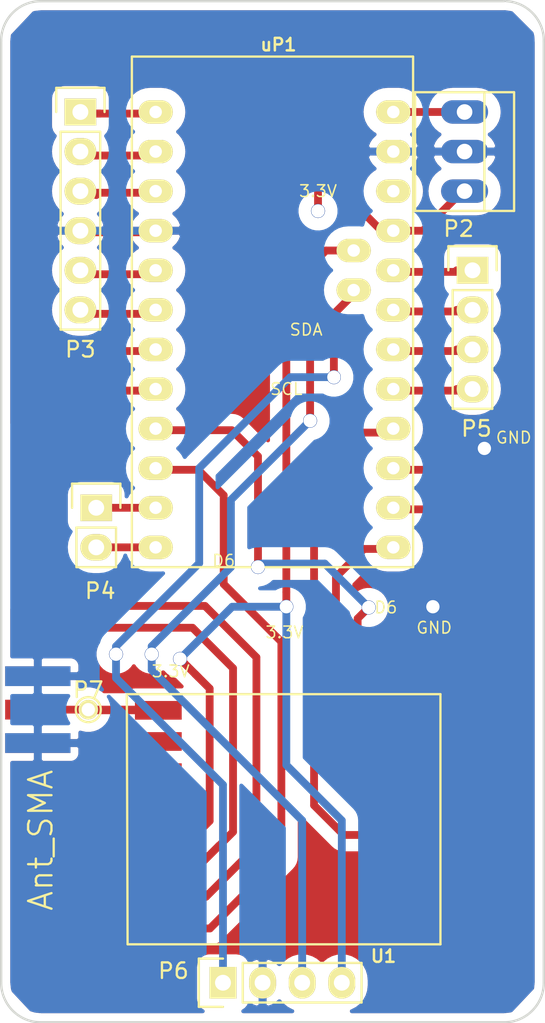
<source format=kicad_pcb>
(kicad_pcb (version 4) (host pcbnew 4.0.2+dfsg1-stable)

  (general
    (links 38)
    (no_connects 0)
    (area 137.634 97.714999 173.306174 163.397001)
    (thickness 1.6)
    (drawings 22)
    (tracks 209)
    (zones 0)
    (modules 9)
    (nets 30)
  )

  (page A4)
  (layers
    (0 F.Cu signal)
    (31 B.Cu signal hide)
    (32 B.Adhes user)
    (33 F.Adhes user)
    (34 B.Paste user)
    (35 F.Paste user)
    (36 B.SilkS user)
    (37 F.SilkS user)
    (38 B.Mask user)
    (39 F.Mask user)
    (40 Dwgs.User user)
    (41 Cmts.User user)
    (42 Eco1.User user)
    (43 Eco2.User user)
    (44 Edge.Cuts user)
    (45 Margin user)
    (46 B.CrtYd user)
    (47 F.CrtYd user)
    (48 B.Fab user)
    (49 F.Fab user)
  )

  (setup
    (last_trace_width 0.5)
    (trace_clearance 0.8)
    (zone_clearance 0.508)
    (zone_45_only no)
    (trace_min 0.5)
    (segment_width 0.2)
    (edge_width 0.15)
    (via_size 0.9)
    (via_drill 0.85)
    (via_min_size 0.6)
    (via_min_drill 0.3)
    (uvia_size 0.3)
    (uvia_drill 0.1)
    (uvias_allowed no)
    (uvia_min_size 0.2)
    (uvia_min_drill 0.1)
    (pcb_text_width 0.3)
    (pcb_text_size 1.5 1.5)
    (mod_edge_width 0.15)
    (mod_text_size 1 1)
    (mod_text_width 0.15)
    (pad_size 1 1)
    (pad_drill 0.635)
    (pad_to_mask_clearance 0.2)
    (aux_axis_origin 0 0)
    (visible_elements FFFFFF7F)
    (pcbplotparams
      (layerselection 0x01520_80000001)
      (usegerberextensions false)
      (excludeedgelayer true)
      (linewidth 0.100000)
      (plotframeref false)
      (viasonmask false)
      (mode 1)
      (useauxorigin false)
      (hpglpennumber 1)
      (hpglpenspeed 20)
      (hpglpendiameter 15)
      (hpglpenoverlay 2)
      (psnegative false)
      (psa4output false)
      (plotreference false)
      (plotvalue false)
      (plotinvisibletext false)
      (padsonsilk false)
      (subtractmaskfromsilk false)
      (outputformat 1)
      (mirror false)
      (drillshape 0)
      (scaleselection 1)
      (outputdirectory ""))
  )

  (net 0 "")
  (net 1 GND)
  (net 2 MISO)
  (net 3 MOSI)
  (net 4 CLK)
  (net 5 D10)
  (net 6 "Net-(U1-Pad6)")
  (net 7 D6)
  (net 8 "Net-(U1-Pad11)")
  (net 9 "Net-(U1-Pad12)")
  (net 10 +3V3)
  (net 11 D4)
  (net 12 D5)
  (net 13 D7)
  (net 14 "Net-(uP1-Pad22)")
  (net 15 Ant)
  (net 16 TX0)
  (net 17 RX1)
  (net 18 RESET)
  (net 19 D2)
  (net 20 D3)
  (net 21 D8)
  (net 22 D9)
  (net 23 A0)
  (net 24 A1)
  (net 25 A2)
  (net 26 A3)
  (net 27 "Net-(P2-Pad1)")
  (net 28 SDA)
  (net 29 SCL)

  (net_class Default "This is the default net class."
    (clearance 0.8)
    (trace_width 0.5)
    (via_dia 0.9)
    (via_drill 0.85)
    (uvia_dia 0.3)
    (uvia_drill 0.1)
    (add_net +3V3)
    (add_net A0)
    (add_net A1)
    (add_net A2)
    (add_net A3)
    (add_net Ant)
    (add_net CLK)
    (add_net D10)
    (add_net D2)
    (add_net D3)
    (add_net D4)
    (add_net D5)
    (add_net D6)
    (add_net D7)
    (add_net D8)
    (add_net D9)
    (add_net GND)
    (add_net MISO)
    (add_net MOSI)
    (add_net "Net-(P2-Pad1)")
    (add_net "Net-(U1-Pad11)")
    (add_net "Net-(U1-Pad12)")
    (add_net "Net-(U1-Pad6)")
    (add_net "Net-(uP1-Pad22)")
    (add_net RESET)
    (add_net RX1)
    (add_net SCL)
    (add_net SDA)
    (add_net TX0)
  )

  (module Connect:PINTST (layer F.Cu) (tedit 5819560E) (tstamp 58157566)
    (at 144.018 143.256)
    (descr "module 1 pin (ou trou mecanique de percage)")
    (tags DEV)
    (path /58157517)
    (fp_text reference P7 (at 0 -1.26746) (layer F.SilkS)
      (effects (font (size 1 1) (thickness 0.15)))
    )
    (fp_text value Ant (at 0 1.27) (layer F.Fab)
      (effects (font (size 1 1) (thickness 0.15)))
    )
    (fp_circle (center 0 0) (end -0.254 -0.762) (layer F.SilkS) (width 0.15))
    (pad 1 thru_hole circle (at 0 0) (size 1.253 1.253) (drill 0.85) (layers *.Cu *.Mask F.SilkS)
      (net 15 Ant))
    (model Connect.3dshapes/PINTST.wrl
      (at (xyz 0 0 0))
      (scale (xyz 1 1 1))
      (rotate (xyz 0 0 0))
    )
  )

  (module Pin_Headers:Pin_Header_Straight_1x02 (layer F.Cu) (tedit 5818D5E6) (tstamp 5810D56D)
    (at 144.526 130.302)
    (descr "Through hole pin header")
    (tags "pin header")
    (path /5810D788)
    (fp_text reference P4 (at 0.254 5.334) (layer F.SilkS)
      (effects (font (size 1 1) (thickness 0.15)))
    )
    (fp_text value CONN_2 (at -2.826 1.398 90) (layer F.Fab) hide
      (effects (font (size 1 1) (thickness 0.15)))
    )
    (fp_line (start 1.27 1.27) (end 1.27 3.81) (layer F.SilkS) (width 0.15))
    (fp_line (start 1.55 -1.55) (end 1.55 0) (layer F.SilkS) (width 0.15))
    (fp_line (start -1.75 -1.75) (end -1.75 4.3) (layer F.CrtYd) (width 0.05))
    (fp_line (start 1.75 -1.75) (end 1.75 4.3) (layer F.CrtYd) (width 0.05))
    (fp_line (start -1.75 -1.75) (end 1.75 -1.75) (layer F.CrtYd) (width 0.05))
    (fp_line (start -1.75 4.3) (end 1.75 4.3) (layer F.CrtYd) (width 0.05))
    (fp_line (start 1.27 1.27) (end -1.27 1.27) (layer F.SilkS) (width 0.15))
    (fp_line (start -1.55 0) (end -1.55 -1.55) (layer F.SilkS) (width 0.15))
    (fp_line (start -1.55 -1.55) (end 1.55 -1.55) (layer F.SilkS) (width 0.15))
    (fp_line (start -1.27 1.27) (end -1.27 3.81) (layer F.SilkS) (width 0.15))
    (fp_line (start -1.27 3.81) (end 1.27 3.81) (layer F.SilkS) (width 0.15))
    (pad 1 thru_hole rect (at 0 0) (size 2.032 1.7) (drill 1.016) (layers *.Cu *.Mask F.SilkS)
      (net 21 D8))
    (pad 2 thru_hole oval (at 0 2.54) (size 2.032 1.7) (drill 1.016) (layers *.Cu *.Mask F.SilkS)
      (net 22 D9))
    (model Pin_Headers.3dshapes/Pin_Header_Straight_1x02.wrl
      (at (xyz 0 -0.05 0))
      (scale (xyz 1 1 1))
      (rotate (xyz 0 0 90))
    )
  )

  (module mysensors_connectors:SMA_EDGE (layer F.Cu) (tedit 58111359) (tstamp 580FE37D)
    (at 138.684 143.256 270)
    (path /580FD555)
    (fp_text reference P1 (at 0 -6.35 270) (layer F.SilkS) hide
      (effects (font (size 1.5 1.5) (thickness 0.15)))
    )
    (fp_text value Ant_SMA (at 8.382 -2.286 450) (layer F.SilkS)
      (effects (font (size 1.5 1.5) (thickness 0.15)))
    )
    (pad 2 smd rect (at -2.1463 -2.0955 270) (size 1.27 4.191) (layers F.Cu F.Paste F.Mask)
      (net 1 GND))
    (pad 2 smd rect (at 2.1463 -2.0955 270) (size 1.27 4.191) (layers F.Cu F.Paste F.Mask)
      (net 1 GND))
    (pad 1 smd rect (at 0 -1.8415 270) (size 1.27 3.683) (layers F.Cu F.Paste F.Mask)
      (net 15 Ant))
    (pad 2 smd rect (at -2.1463 -2.0955 270) (size 1.27 4.191) (layers B.Cu F.Paste F.Mask)
      (net 1 GND))
    (pad 2 smd rect (at 2.1463 -2.0955 270) (size 1.27 4.191) (layers B.Cu F.Paste F.Mask)
      (net 1 GND))
  )

  (module Connect:PINHEAD1-3 (layer F.Cu) (tedit 5818D5CC) (tstamp 5810D55D)
    (at 168.148 107.442 270)
    (path /5810D139)
    (attr virtual)
    (fp_text reference P2 (at 4.953 0.381 360) (layer F.SilkS)
      (effects (font (size 1 1) (thickness 0.15)))
    )
    (fp_text value "3.3v Gnd Raw" (at 0 -2.794 270) (layer F.Fab)
      (effects (font (size 0.75 0.75) (thickness 0.15)))
    )
    (fp_line (start -3.81 -3.175) (end -3.81 3.175) (layer F.SilkS) (width 0.15))
    (fp_line (start 3.81 -3.175) (end 3.81 3.175) (layer F.SilkS) (width 0.15))
    (fp_line (start 3.81 -1.27) (end -3.81 -1.27) (layer F.SilkS) (width 0.15))
    (fp_line (start -3.81 -3.175) (end 3.81 -3.175) (layer F.SilkS) (width 0.15))
    (fp_line (start 3.81 3.175) (end -3.81 3.175) (layer F.SilkS) (width 0.15))
    (pad 1 thru_hole oval (at -2.54 0 270) (size 1.50622 3.01498) (drill 0.99822) (layers *.Cu *.Mask)
      (net 27 "Net-(P2-Pad1)"))
    (pad 2 thru_hole oval (at 0 0 270) (size 1.50622 3.01498) (drill 0.99822) (layers *.Cu *.Mask)
      (net 1 GND))
    (pad 3 thru_hole oval (at 2.54 0 270) (size 1.50622 3.01498) (drill 0.99822) (layers *.Cu *.Mask)
      (net 10 +3V3))
  )

  (module Pin_Headers:Pin_Header_Straight_1x06 (layer F.Cu) (tedit 5818D24D) (tstamp 5810D567)
    (at 143.51 104.902)
    (descr "Through hole pin header")
    (tags "pin header")
    (path /5810D4F6)
    (fp_text reference P3 (at 0 15.24) (layer F.SilkS)
      (effects (font (size 1 1) (thickness 0.15)))
    )
    (fp_text value CONN_1 (at -3.048 5.842 90) (layer F.Fab) hide
      (effects (font (size 1 1) (thickness 0.15)))
    )
    (fp_line (start -1.75 -1.75) (end -1.75 14.45) (layer F.CrtYd) (width 0.05))
    (fp_line (start 1.75 -1.75) (end 1.75 14.45) (layer F.CrtYd) (width 0.05))
    (fp_line (start -1.75 -1.75) (end 1.75 -1.75) (layer F.CrtYd) (width 0.05))
    (fp_line (start -1.75 14.45) (end 1.75 14.45) (layer F.CrtYd) (width 0.05))
    (fp_line (start 1.27 1.27) (end 1.27 13.97) (layer F.SilkS) (width 0.15))
    (fp_line (start 1.27 13.97) (end -1.27 13.97) (layer F.SilkS) (width 0.15))
    (fp_line (start -1.27 13.97) (end -1.27 1.27) (layer F.SilkS) (width 0.15))
    (fp_line (start 1.55 -1.55) (end 1.55 0) (layer F.SilkS) (width 0.15))
    (fp_line (start 1.27 1.27) (end -1.27 1.27) (layer F.SilkS) (width 0.15))
    (fp_line (start -1.55 0) (end -1.55 -1.55) (layer F.SilkS) (width 0.15))
    (fp_line (start -1.55 -1.55) (end 1.55 -1.55) (layer F.SilkS) (width 0.15))
    (pad 1 thru_hole rect (at 0 0) (size 2.032 1.7272) (drill 1.016) (layers *.Cu *.Mask F.SilkS)
      (net 16 TX0))
    (pad 2 thru_hole oval (at 0 2.54) (size 2.032 1.7272) (drill 1.016) (layers *.Cu *.Mask F.SilkS)
      (net 17 RX1))
    (pad 3 thru_hole oval (at 0 5.08) (size 2.032 1.7272) (drill 1.016) (layers *.Cu *.Mask F.SilkS)
      (net 18 RESET))
    (pad 4 thru_hole oval (at 0 7.62) (size 2.032 1.7272) (drill 1.016) (layers *.Cu *.Mask F.SilkS)
      (net 1 GND))
    (pad 5 thru_hole oval (at 0 10.16) (size 2.032 1.7272) (drill 1.016) (layers *.Cu *.Mask F.SilkS)
      (net 19 D2))
    (pad 6 thru_hole oval (at 0 12.7) (size 2.032 1.7272) (drill 1.016) (layers *.Cu *.Mask F.SilkS)
      (net 20 D3))
    (model Pin_Headers.3dshapes/Pin_Header_Straight_1x06.wrl
      (at (xyz 0 -0.25 0))
      (scale (xyz 1 1 1))
      (rotate (xyz 0 0 90))
    )
  )

  (module Pin_Headers:Pin_Header_Straight_1x04 (layer F.Cu) (tedit 5818D25E) (tstamp 5810D575)
    (at 168.656 115.062)
    (descr "Through hole pin header")
    (tags "pin header")
    (path /5810D3C5)
    (fp_text reference P5 (at 0.254 10.16) (layer F.SilkS)
      (effects (font (size 1 1) (thickness 0.15)))
    )
    (fp_text value CONN_3 (at 2.794 4.064 90) (layer F.Fab) hide
      (effects (font (size 1 1) (thickness 0.15)))
    )
    (fp_line (start -1.75 -1.75) (end -1.75 9.4) (layer F.CrtYd) (width 0.05))
    (fp_line (start 1.75 -1.75) (end 1.75 9.4) (layer F.CrtYd) (width 0.05))
    (fp_line (start -1.75 -1.75) (end 1.75 -1.75) (layer F.CrtYd) (width 0.05))
    (fp_line (start -1.75 9.4) (end 1.75 9.4) (layer F.CrtYd) (width 0.05))
    (fp_line (start -1.27 1.27) (end -1.27 8.89) (layer F.SilkS) (width 0.15))
    (fp_line (start 1.27 1.27) (end 1.27 8.89) (layer F.SilkS) (width 0.15))
    (fp_line (start 1.55 -1.55) (end 1.55 0) (layer F.SilkS) (width 0.15))
    (fp_line (start -1.27 8.89) (end 1.27 8.89) (layer F.SilkS) (width 0.15))
    (fp_line (start 1.27 1.27) (end -1.27 1.27) (layer F.SilkS) (width 0.15))
    (fp_line (start -1.55 0) (end -1.55 -1.55) (layer F.SilkS) (width 0.15))
    (fp_line (start -1.55 -1.55) (end 1.55 -1.55) (layer F.SilkS) (width 0.15))
    (pad 1 thru_hole rect (at 0 0) (size 2.032 1.7272) (drill 1.016) (layers *.Cu *.Mask F.SilkS)
      (net 26 A3))
    (pad 2 thru_hole oval (at 0 2.54) (size 2.032 1.7272) (drill 1.016) (layers *.Cu *.Mask F.SilkS)
      (net 25 A2))
    (pad 3 thru_hole oval (at 0 5.08) (size 2.032 1.7272) (drill 1.016) (layers *.Cu *.Mask F.SilkS)
      (net 24 A1))
    (pad 4 thru_hole oval (at 0 7.62) (size 2.032 1.7272) (drill 1.016) (layers *.Cu *.Mask F.SilkS)
      (net 23 A0))
    (model Pin_Headers.3dshapes/Pin_Header_Straight_1x04.wrl
      (at (xyz 0 -0.15 0))
      (scale (xyz 1 1 1))
      (rotate (xyz 0 0 90))
    )
  )

  (module mysensors_radios:RFM69HW_SMD_Handsoldering-Narrow (layer F.Cu) (tedit 58142CD3) (tstamp 580FC6CB)
    (at 163.2 157.3 180)
    (descr RFM69HW)
    (tags "RFM69HW, RF69")
    (path /580F94AC)
    (fp_text reference U1 (at 0.254 -1.778 180) (layer F.SilkS)
      (effects (font (size 0.8 0.8) (thickness 0.16)))
    )
    (fp_text value RFM95HW (at 7.1628 6.8072 180) (layer F.Fab) hide
      (effects (font (size 0.8 0.8) (thickness 0.16)))
    )
    (fp_line (start -3.4036 15.0368) (end 16.7132 15.0368) (layer B.CrtYd) (width 0.15))
    (fp_line (start 16.7132 15.0368) (end 16.7132 -1.016) (layer B.CrtYd) (width 0.15))
    (fp_line (start 16.7132 -1.016) (end -3.4036 -1.016) (layer B.CrtYd) (width 0.15))
    (fp_line (start 16.7132 15.0368) (end 16.7132 -1.016) (layer F.CrtYd) (width 0.15))
    (fp_line (start 16.7132 -1.016) (end -3.4036 -1.016) (layer F.CrtYd) (width 0.15))
    (fp_line (start -3.3528 15.0368) (end 16.764 15.0368) (layer F.CrtYd) (width 0.15))
    (fp_line (start -3.4036 15.0368) (end 16.7132 15.0368) (layer F.SilkS) (width 0.15))
    (fp_line (start 16.7132 15.0368) (end 16.6624 -1.016) (layer F.SilkS) (width 0.15))
    (fp_line (start 16.6624 -1.016) (end -3.4036 -1.016) (layer F.SilkS) (width 0.15))
    (fp_line (start -3.4036 -1.016) (end -3.3528 -1.016) (layer F.SilkS) (width 0.15))
    (fp_line (start -3.4 15) (end -3.4 -1) (layer F.SilkS) (width 0.15))
    (fp_line (start -3.4 -1) (end -3.4 15) (layer F.CrtYd) (width 0.15))
    (fp_line (start -3.4 -1) (end -3.4 15) (layer B.CrtYd) (width 0.15))
    (pad 1 smd rect (at -1.4 0 180) (size 3 1.2) (layers F.Cu F.Paste F.Mask)
      (net 1 GND))
    (pad 2 smd rect (at -1.4 2 180) (size 3 1.2) (layers F.Cu F.Paste F.Mask)
      (net 2 MISO))
    (pad 3 smd rect (at -1.4 4 180) (size 3 1.2) (layers F.Cu F.Paste F.Mask)
      (net 3 MOSI))
    (pad 4 smd rect (at -1.4 6 180) (size 3 1.2) (layers F.Cu F.Paste F.Mask)
      (net 4 CLK))
    (pad 5 smd rect (at -1.4 8 180) (size 3 1.2) (layers F.Cu F.Paste F.Mask)
      (net 5 D10))
    (pad 6 smd rect (at -1.4 10 180) (size 3 1.2) (layers F.Cu F.Paste F.Mask)
      (net 6 "Net-(U1-Pad6)"))
    (pad 7 smd rect (at -1.4 12 180) (size 3 1.2) (layers F.Cu F.Paste F.Mask)
      (net 7 D6))
    (pad 8 smd rect (at -1.4 14 180) (size 3 1.2) (layers F.Cu F.Paste F.Mask)
      (net 1 GND))
    (pad 9 smd rect (at 14.6932 14 180) (size 3 1.2) (layers F.Cu F.Paste F.Mask)
      (net 15 Ant))
    (pad 10 smd rect (at 14.6932 12 180) (size 3 1.2) (layers F.Cu F.Paste F.Mask)
      (net 1 GND))
    (pad 11 smd rect (at 14.6932 10 180) (size 3 1.2) (layers F.Cu F.Paste F.Mask)
      (net 8 "Net-(U1-Pad11)"))
    (pad 12 smd rect (at 14.6932 8 180) (size 3 1.2) (layers F.Cu F.Paste F.Mask)
      (net 9 "Net-(U1-Pad12)"))
    (pad 13 smd rect (at 14.6932 6 180) (size 3 1.2) (layers F.Cu F.Paste F.Mask)
      (net 10 +3V3))
    (pad 14 smd rect (at 14.6932 4 180) (size 3 1.2) (layers F.Cu F.Paste F.Mask)
      (net 11 D4))
    (pad 15 smd rect (at 14.6932 2 180) (size 3 1.2) (layers F.Cu F.Paste F.Mask)
      (net 12 D5))
    (pad 16 smd rect (at 14.6932 0 180) (size 3 1.2) (layers F.Cu F.Paste F.Mask)
      (net 13 D7))
    (model ${MYSLOCAL}/mysensors.3dshapes/mysensors_radios.3dshapes/rfm69hw.wrl
      (at (xyz 0.332 -0.275 0.03))
      (scale (xyz 0.395 0.395 0.395))
      (rotate (xyz 0 0 180))
    )
    (model Crystals.3dshapes/crystal_FA238-TSX3225.wrl
      (at (xyz 0.332 -0.08 0.06))
      (scale (xyz 0.24 0.24 0.24))
      (rotate (xyz 0 0 90))
    )
    (model Housings_DFN_QFN.3dshapes/QFN-28-1EP_5x5mm_Pitch0.5mm.wrl
      (at (xyz 0.204 -0.445 0.06))
      (scale (xyz 1 1 1))
      (rotate (xyz 0 0 0))
    )
  )

  (module Pin_Headers:Pin_Header_Straight_1x04 (layer F.Cu) (tedit 5818D606) (tstamp 581519DD)
    (at 152.654 160.782 90)
    (descr "Through hole pin header")
    (tags "pin header")
    (path /58151EAD)
    (fp_text reference P6 (at 0.762 -3.175 180) (layer F.SilkS)
      (effects (font (size 1 1) (thickness 0.15)))
    )
    (fp_text value "" (at 0.254 -4.572 180) (layer F.Fab)
      (effects (font (size 1 1) (thickness 0.15)))
    )
    (fp_line (start -1.75 -1.75) (end -1.75 9.4) (layer F.CrtYd) (width 0.05))
    (fp_line (start 1.75 -1.75) (end 1.75 9.4) (layer F.CrtYd) (width 0.05))
    (fp_line (start -1.75 -1.75) (end 1.75 -1.75) (layer F.CrtYd) (width 0.05))
    (fp_line (start -1.75 9.4) (end 1.75 9.4) (layer F.CrtYd) (width 0.05))
    (fp_line (start -1.27 1.27) (end -1.27 8.89) (layer F.SilkS) (width 0.15))
    (fp_line (start 1.27 1.27) (end 1.27 8.89) (layer F.SilkS) (width 0.15))
    (fp_line (start 1.55 -1.55) (end 1.55 0) (layer F.SilkS) (width 0.15))
    (fp_line (start -1.27 8.89) (end 1.27 8.89) (layer F.SilkS) (width 0.15))
    (fp_line (start 1.27 1.27) (end -1.27 1.27) (layer F.SilkS) (width 0.15))
    (fp_line (start -1.55 0) (end -1.55 -1.55) (layer F.SilkS) (width 0.15))
    (fp_line (start -1.55 -1.55) (end 1.55 -1.55) (layer F.SilkS) (width 0.15))
    (pad 1 thru_hole rect (at 0 0 90) (size 2.032 1.7272) (drill 1.016) (layers *.Cu *.Mask F.SilkS)
      (net 28 SDA))
    (pad 2 thru_hole oval (at 0 2.54 90) (size 2.032 1.7272) (drill 1.016) (layers *.Cu *.Mask F.SilkS)
      (net 1 GND))
    (pad 3 thru_hole oval (at 0 5.08 90) (size 2.032 1.7272) (drill 1.016) (layers *.Cu *.Mask F.SilkS)
      (net 29 SCL))
    (pad 4 thru_hole oval (at 0 7.62 90) (size 2.032 1.7272) (drill 1.016) (layers *.Cu *.Mask F.SilkS)
      (net 10 +3V3))
    (model Pin_Headers.3dshapes/Pin_Header_Straight_1x04.wrl
      (at (xyz 0 -0.15 0))
      (scale (xyz 1 1 1))
      (rotate (xyz 0 0 90))
    )
  )

  (module mysensors_arduino:pro_mini-26 (layer F.Cu) (tedit 58152BFB) (tstamp 58152BB7)
    (at 155.956 118.872 270)
    (descr "IC, ARDUINO_PRO_MINI x 0,6\"")
    (tags "DIL ARDUINO PRO MINI")
    (path /580F9317)
    (fp_text reference uP1 (at -18.288 -0.254 360) (layer F.SilkS)
      (effects (font (size 0.8 0.8) (thickness 0.16)))
    )
    (fp_text value ARDUPROMINI-6-2 (at 0 0 270) (layer F.Fab) hide
      (effects (font (size 0.8 0.8) (thickness 0.16)))
    )
    (fp_line (start 15.24 9.144) (end 15.24 -8.89) (layer F.SilkS) (width 0.15))
    (fp_line (start -17.526 -8.89) (end -17.526 9.144) (layer F.SilkS) (width 0.15))
    (fp_line (start 15.24 9.144) (end -17.526 9.144) (layer F.SilkS) (width 0.15))
    (fp_line (start -17.526 -8.89) (end 15.24 -8.89) (layer F.SilkS) (width 0.15))
    (pad 1 thru_hole oval (at -13.97 7.62 270) (size 1.50114 2.19964) (drill 0.8001) (layers *.Cu *.Mask F.SilkS)
      (net 16 TX0))
    (pad 2 thru_hole oval (at -11.43 7.62 270) (size 1.50114 2.19964) (drill 0.8001) (layers *.Cu *.Mask F.SilkS)
      (net 17 RX1))
    (pad 3 thru_hole oval (at -8.89 7.62 270) (size 1.50114 2.19964) (drill 0.8001) (layers *.Cu *.Mask F.SilkS)
      (net 18 RESET))
    (pad 4 thru_hole oval (at -6.35 7.62 270) (size 1.50114 2.19964) (drill 0.8001) (layers *.Cu *.Mask F.SilkS)
      (net 1 GND))
    (pad 5 thru_hole oval (at -3.81 7.62 270) (size 1.50114 2.19964) (drill 0.8001) (layers *.Cu *.Mask F.SilkS)
      (net 19 D2))
    (pad 6 thru_hole oval (at -1.27 7.62 270) (size 1.50114 2.19964) (drill 0.8001) (layers *.Cu *.Mask F.SilkS)
      (net 20 D3))
    (pad 7 thru_hole oval (at 1.27 7.62 270) (size 1.50114 2.19964) (drill 0.8001) (layers *.Cu *.Mask F.SilkS)
      (net 11 D4))
    (pad 8 thru_hole oval (at 3.81 7.62 270) (size 1.50114 2.19964) (drill 0.8001) (layers *.Cu *.Mask F.SilkS)
      (net 12 D5))
    (pad 9 thru_hole oval (at 6.35 7.62 270) (size 1.50114 2.19964) (drill 0.8001) (layers *.Cu *.Mask F.SilkS)
      (net 7 D6))
    (pad 10 thru_hole oval (at 8.89 7.62 270) (size 1.50114 2.19964) (drill 0.8001) (layers *.Cu *.Mask F.SilkS)
      (net 13 D7))
    (pad 11 thru_hole oval (at 11.43 7.62 270) (size 1.50114 2.19964) (drill 0.8001) (layers *.Cu *.Mask F.SilkS)
      (net 21 D8))
    (pad 12 thru_hole oval (at 13.97 7.62 270) (size 1.50114 2.19964) (drill 0.8001) (layers *.Cu *.Mask F.SilkS)
      (net 22 D9))
    (pad 13 thru_hole oval (at 13.97 -7.62 270) (size 1.50114 2.19964) (drill 0.8001) (layers *.Cu *.Mask F.SilkS)
      (net 5 D10))
    (pad 14 thru_hole oval (at 11.43 -7.62 270) (size 1.50114 2.19964) (drill 0.8001) (layers *.Cu *.Mask F.SilkS)
      (net 3 MOSI))
    (pad 15 thru_hole oval (at 8.89 -7.62 270) (size 1.50114 2.19964) (drill 0.8001) (layers *.Cu *.Mask F.SilkS)
      (net 2 MISO))
    (pad 16 thru_hole oval (at 6.35 -7.62 270) (size 1.50114 2.19964) (drill 0.8001) (layers *.Cu *.Mask F.SilkS)
      (net 4 CLK))
    (pad 17 thru_hole oval (at 3.81 -7.62 270) (size 1.50114 2.19964) (drill 0.8001) (layers *.Cu *.Mask F.SilkS)
      (net 23 A0))
    (pad 18 thru_hole oval (at 1.27 -7.62 270) (size 1.50114 2.19964) (drill 0.8001) (layers *.Cu *.Mask F.SilkS)
      (net 24 A1))
    (pad 19 thru_hole oval (at -1.27 -7.62 270) (size 1.50114 2.19964) (drill 0.8001) (layers *.Cu *.Mask F.SilkS)
      (net 25 A2))
    (pad 20 thru_hole oval (at -3.81 -7.62 270) (size 1.50114 2.19964) (drill 0.8001) (layers *.Cu *.Mask F.SilkS)
      (net 26 A3))
    (pad 21 thru_hole oval (at -6.35 -7.62 270) (size 1.50114 2.19964) (drill 0.8001) (layers *.Cu *.Mask F.SilkS)
      (net 10 +3V3))
    (pad 22 thru_hole oval (at -8.89 -7.62 270) (size 1.50114 2.19964) (drill 0.8001) (layers *.Cu *.Mask F.SilkS)
      (net 14 "Net-(uP1-Pad22)"))
    (pad 23 thru_hole oval (at -11.43 -7.62 270) (size 1.50114 2.19964) (drill 0.8001) (layers *.Cu *.Mask F.SilkS)
      (net 1 GND))
    (pad 24 thru_hole oval (at -13.97 -7.62 270) (size 1.50114 2.19964) (drill 0.8001) (layers *.Cu *.Mask F.SilkS)
      (net 27 "Net-(P2-Pad1)"))
    (pad 25 thru_hole oval (at -2.54 -5.08 270) (size 1.50114 2.19964) (drill 0.8001) (layers *.Cu *.Mask F.SilkS)
      (net 28 SDA))
    (pad 26 thru_hole oval (at -5.08 -5.08 270) (size 1.50114 2.19964) (drill 0.8001) (layers *.Cu *.Mask F.SilkS)
      (net 29 SCL))
    (model Socket_Strips.3dshapes/Socket_Strip_Straight_1x02.wrl
      (at (xyz -0.15 0.2 0))
      (scale (xyz 1 1 1))
      (rotate (xyz 0 0 0))
    )
    (model Socket_Strips.3dshapes/Socket_Strip_Straight_1x03.wrl
      (at (xyz 0.55 0.1 0))
      (scale (xyz 1 1 1))
      (rotate (xyz 0 0 90))
    )
    (model Socket_Strips.3dshapes/Socket_Strip_Straight_1x12.wrl
      (at (xyz 0 0.3 0))
      (scale (xyz 1 1 1))
      (rotate (xyz 0 0 0))
    )
    (model Socket_Strips.3dshapes/Socket_Strip_Straight_1x12.wrl
      (at (xyz 0 -0.3 0))
      (scale (xyz 1 1 1))
      (rotate (xyz 0 0 0))
    )
    (model Socket_Strips.3dshapes/Socket_Strip_Straight_1x02.wrl
      (at (xyz 0.25 0.2 0))
      (scale (xyz 1 1 1))
      (rotate (xyz 0 0 0))
    )
    (model ${MYSLOCAL}/mysensors.3dshapes/mysensors_arduino.3dshapes/arduino_pro_mini.wrl
      (at (xyz -0.05 0 0.48))
      (scale (xyz 0.395 0.395 0.395))
      (rotate (xyz 0 0 180))
    )
    (model SMD_Packages.3dshapes/TQFP-32.wrl
      (at (xyz 0.05 0 0.5125))
      (scale (xyz 1 1 1))
      (rotate (xyz 0 0 315))
    )
    (model Pin_Headers.3dshapes/Pin_Header_Straight_1x12.wrl
      (at (xyz 0 -0.3 0.445))
      (scale (xyz 1 1 1))
      (rotate (xyz 0 180 0))
    )
    (model Pin_Headers.3dshapes/Pin_Header_Straight_1x12.wrl
      (at (xyz 0 0.3 0.445))
      (scale (xyz 1 1 1))
      (rotate (xyz 0 180 0))
    )
    (model Pin_Headers.3dshapes/Pin_Header_Straight_1x03.wrl
      (at (xyz 0.55 0.1 0.445))
      (scale (xyz 1 1 1))
      (rotate (xyz 0 180 90))
    )
    (model Pin_Headers.3dshapes/Pin_Header_Straight_1x02.wrl
      (at (xyz 0.25 0.2 0.445))
      (scale (xyz 1 1 1))
      (rotate (xyz 0 180 0))
    )
    (model Pin_Headers.3dshapes/Pin_Header_Straight_1x02.wrl
      (at (xyz -0.15 0.2 0.445))
      (scale (xyz 1 1 1))
      (rotate (xyz 0 180 0))
    )
    (model ${MYSLOCAL}/mysensors.3dshapes/w.lain.3dshapes/smd_leds/led_0603.wrl
      (at (xyz -0.3 0 0.5125))
      (scale (xyz 1 1 1))
      (rotate (xyz 0 0 0))
    )
    (model ${MYSLOCAL}/mysensors.3dshapes/w.lain.3dshapes/smd_leds/led_0603.wrl
      (at (xyz 0.55 -0.175 0.5125))
      (scale (xyz 1 1 1))
      (rotate (xyz 0 0 0))
    )
    (model Pin_Headers.3dshapes/Pin_Header_Angled_1x06.wrl
      (at (xyz -0.65 0 0.5125))
      (scale (xyz 1 1 1))
      (rotate (xyz 0 0 270))
    )
    (model Resistors_SMD.3dshapes/R_0603.wrl
      (at (xyz -0.3 -0.05 0.5125))
      (scale (xyz 1 1 1))
      (rotate (xyz 0 0 0))
    )
    (model Resistors_SMD.3dshapes/R_0603.wrl
      (at (xyz 0.55 -0.125 0.5125))
      (scale (xyz 1 1 1))
      (rotate (xyz 0 0 0))
    )
    (model Capacitors_SMD.3dshapes/C_0603.wrl
      (at (xyz -0.3 0.05 0.5125))
      (scale (xyz 1 1 1))
      (rotate (xyz 0 0 0))
    )
    (model Capacitors_Tantalum_SMD.3dshapes/TantalC_SizeS_EIA-3216.wrl
      (at (xyz -0.35 0.15 0.5125))
      (scale (xyz 1 1 1))
      (rotate (xyz 0 0 0))
    )
    (model Capacitors_Tantalum_SMD.3dshapes/TantalC_SizeS_EIA-3216.wrl
      (at (xyz -0.35 -0.15 0.5125))
      (scale (xyz 1 1 1))
      (rotate (xyz 0 0 0))
    )
    (model TO_SOT_Packages_SMD.3dshapes/SOT-23-5.wrl
      (at (xyz -0.4 0 0.5125))
      (scale (xyz 1 1 1))
      (rotate (xyz 0 0 90))
    )
    (model Capacitors_SMD.3dshapes/C_1210.wrl
      (at (xyz -0.5 0 0.5125))
      (scale (xyz 1 1 1))
      (rotate (xyz 0 0 90))
    )
  )

  (gr_arc (start 170.688 160.782) (end 173.228 160.782) (angle 90) (layer Edge.Cuts) (width 0.15))
  (gr_arc (start 140.97 160.782) (end 140.97 163.322) (angle 90) (layer Edge.Cuts) (width 0.15))
  (gr_arc (start 140.97 100.33) (end 138.43 100.33) (angle 90) (layer Edge.Cuts) (width 0.15))
  (gr_arc (start 170.688 100.33) (end 170.815 97.79) (angle 90) (layer Edge.Cuts) (width 0.15))
  (gr_line (start 173.228 160.782) (end 173.228 100.33) (angle 90) (layer Edge.Cuts) (width 0.15))
  (gr_line (start 140.97 163.322) (end 170.688 163.322) (angle 90) (layer Edge.Cuts) (width 0.15))
  (gr_line (start 138.43 100.33) (end 138.43 160.782) (angle 90) (layer Edge.Cuts) (width 0.15))
  (gr_line (start 170.688 97.79) (end 140.97 97.79) (angle 90) (layer Edge.Cuts) (width 0.15))
  (gr_text " SCN v0.1" (at 167.005 160.655) (layer Dwgs.User)
    (effects (font (size 1.2 1.2) (thickness 0.3)))
  )
  (gr_text I2C (at 149.479 161.544) (layer Dwgs.User)
    (effects (font (size 1 1) (thickness 0.2)))
  )
  (gr_text ProMini (at 156.464 102.616) (layer Dwgs.User)
    (effects (font (size 1.5 1.5) (thickness 0.3)))
  )
  (gr_text SCL (at 156.718 122.682) (layer F.SilkS)
    (effects (font (size 0.75 0.75) (thickness 0.1)))
  )
  (gr_text SDA (at 157.988 118.872) (layer F.SilkS)
    (effects (font (size 0.75 0.75) (thickness 0.1)))
  )
  (gr_text 3.3V (at 158.75 109.982) (layer F.SilkS)
    (effects (font (size 0.75 0.75) (thickness 0.1)))
  )
  (gr_text GND (at 171.3 125.8) (layer F.SilkS)
    (effects (font (size 0.75 0.75) (thickness 0.1)))
  )
  (gr_text GND (at 166.2 138) (layer F.SilkS)
    (effects (font (size 0.75 0.75) (thickness 0.1)))
  )
  (gr_text D6 (at 152.7 133.7) (layer F.SilkS)
    (effects (font (size 0.75 0.75) (thickness 0.1)))
  )
  (gr_text D6 (at 163.1 136.7) (layer F.SilkS)
    (effects (font (size 0.75 0.75) (thickness 0.1)))
  )
  (gr_text 3.3V (at 149.3 140.8) (layer F.SilkS)
    (effects (font (size 0.75 0.75) (thickness 0.1)))
  )
  (gr_text 3.3V (at 156.6 138.3) (layer F.SilkS)
    (effects (font (size 0.75 0.75) (thickness 0.1)))
  )
  (gr_text "ProMini\nLoRaWAN" (at 143.51 160.528) (layer Dwgs.User)
    (effects (font (size 1.2 1.2) (thickness 0.3)))
  )
  (gr_text RFM95W (at 157.48 156.21) (layer Dwgs.User)
    (effects (font (size 1.5 1.5) (thickness 0.3)))
  )

  (segment (start 168.148 107.442) (end 163.576 107.442) (width 0.5) (layer F.Cu) (net 1))
  (segment (start 167.132 129.54) (end 169.418 126.492) (width 0.5) (layer B.Cu) (net 1) (tstamp 581524EA))
  (segment (start 164.592 137.922) (end 164.6 143.3) (width 0.5) (layer F.Cu) (net 1))
  (via (at 166.116 136.652) (size 0.9) (drill 0.85) (layers F.Cu B.Cu) (net 1))
  (segment (start 164.592 137.922) (end 166.116 136.652) (width 0.5) (layer F.Cu) (net 1) (tstamp 5815245A))
  (segment (start 166.116 136.652) (end 167.132 129.54) (width 0.5) (layer B.Cu) (net 1))
  (via (at 169.418 126.492) (size 0.9) (drill 0.85) (layers F.Cu B.Cu) (net 1))
  (segment (start 164.6 157.3) (end 168 157.3) (width 0.5) (layer F.Cu) (net 1))
  (segment (start 168 157.3) (end 168.1 157.4) (width 0.5) (layer F.Cu) (net 1) (tstamp 58142E60))
  (segment (start 148.5011 112.6236) (end 143.6116 112.6236) (width 0.5) (layer F.Cu) (net 1))
  (segment (start 143.6116 112.6236) (end 143.51 112.522) (width 0.5) (layer F.Cu) (net 1) (tstamp 5812717C))
  (segment (start 140.8572 145.48) (end 140.7795 145.4023) (width 0.5) (layer F.Cu) (net 1) (tstamp 581252BD))
  (segment (start 170.8 153.5) (end 170.8 154.4) (width 0.5) (layer F.Cu) (net 2))
  (segment (start 170.8 153.5) (end 170.8 131.1252) (width 0.5) (layer F.Cu) (net 2) (tstamp 5812B264))
  (segment (start 167.5384 127.8636) (end 170.8 131.1252) (width 0.5) (layer F.Cu) (net 2) (tstamp 5812B26E))
  (segment (start 169.9 155.3) (end 164.6 155.3) (width 0.5) (layer F.Cu) (net 2) (tstamp 5813F8EB))
  (segment (start 170.8 154.4) (end 169.9 155.3) (width 0.5) (layer F.Cu) (net 2) (tstamp 5813F8E0))
  (segment (start 163.7411 127.8636) (end 167.5384 127.8636) (width 0.5) (layer F.Cu) (net 2))
  (segment (start 167.5384 127.8636) (end 170.434 130.7592) (width 0.5) (layer F.Cu) (net 2) (tstamp 581269EA))
  (segment (start 169.164 152.9) (end 169.164 152.936) (width 0.5) (layer F.Cu) (net 3))
  (segment (start 168.8 153.3) (end 164.6 153.3) (width 0.5) (layer F.Cu) (net 3) (tstamp 5813F8BF))
  (segment (start 169.164 152.936) (end 168.8 153.3) (width 0.5) (layer F.Cu) (net 3) (tstamp 5813F8B8))
  (segment (start 167.2336 130.4036) (end 163.7411 130.4036) (width 0.5) (layer F.Cu) (net 3) (tstamp 581269E3))
  (segment (start 169.164 132.334) (end 167.2336 130.4036) (width 0.5) (layer F.Cu) (net 3) (tstamp 581269DB))
  (segment (start 169.164 152.908) (end 169.164 152.9) (width 0.5) (layer F.Cu) (net 3) (tstamp 581269CC))
  (segment (start 169.164 152.9) (end 169.164 132.334) (width 0.5) (layer F.Cu) (net 3) (tstamp 5813F8B6))
  (segment (start 164.6 151.3) (end 160.4 151.3) (width 0.5) (layer F.Cu) (net 4))
  (segment (start 160.4 151.3) (end 158.496 149.396) (width 0.5) (layer F.Cu) (net 4) (tstamp 581434D8))
  (segment (start 158.496 136.652) (end 158.496 126.746) (width 0.5) (layer F.Cu) (net 4) (tstamp 581175A6))
  (segment (start 158.496 126.746) (end 159.766 125.476) (width 0.5) (layer F.Cu) (net 4) (tstamp 581175A7))
  (segment (start 159.766 125.476) (end 163.5887 125.476) (width 0.5) (layer F.Cu) (net 4) (tstamp 581175AE))
  (segment (start 158.496 149.396) (end 158.496 141.224) (width 0.5) (layer F.Cu) (net 4) (tstamp 581434E3))
  (segment (start 158.496 136.652) (end 158.496 141.224) (width 0.5) (layer F.Cu) (net 4))
  (segment (start 163.5887 125.476) (end 163.7411 125.3236) (width 0.5) (layer F.Cu) (net 4) (tstamp 581175B1))
  (segment (start 163.5887 125.476) (end 163.7411 125.3236) (width 0.5) (layer F.Cu) (net 4) (tstamp 58116D05))
  (segment (start 164.6 149.3) (end 161.4 149.3) (width 0.5) (layer F.Cu) (net 5))
  (segment (start 161.4 149.3) (end 159.9 147.8) (width 0.5) (layer F.Cu) (net 5) (tstamp 581434F1))
  (segment (start 159.9 135) (end 159.9 134.74) (width 0.5) (layer F.Cu) (net 5))
  (segment (start 159.9 147.8) (end 159.9 135) (width 0.5) (layer F.Cu) (net 5) (tstamp 58143509))
  (segment (start 163.7411 132.9436) (end 161.6964 132.9436) (width 0.5) (layer F.Cu) (net 5))
  (segment (start 159.9 134.74) (end 161.6964 132.9436) (width 0.5) (layer F.Cu) (net 5) (tstamp 5812E62B))
  (segment (start 161.29 142.8) (end 161.29 137.41) (width 0.5) (layer F.Cu) (net 7))
  (segment (start 159.181 133.881) (end 158.519 133.881) (width 0.5) (layer B.Cu) (net 7) (tstamp 581436A3))
  (segment (start 162 136.7) (end 159.181 133.881) (width 0.5) (layer B.Cu) (net 7) (tstamp 581436A2))
  (via (at 162 136.7) (size 0.9) (drill 0.85) (layers F.Cu B.Cu) (net 7))
  (segment (start 161.29 137.41) (end 162 136.7) (width 0.5) (layer F.Cu) (net 7) (tstamp 58143698))
  (segment (start 164.6 145.3) (end 162.2 145.3) (width 0.5) (layer F.Cu) (net 7))
  (segment (start 161.29 144.39) (end 161.29 142.8) (width 0.5) (layer F.Cu) (net 7) (tstamp 5813F866))
  (segment (start 161.29 142.8) (end 161.29 142.748) (width 0.5) (layer F.Cu) (net 7) (tstamp 58143696))
  (segment (start 162.2 145.3) (end 161.29 144.39) (width 0.5) (layer F.Cu) (net 7) (tstamp 5813F861))
  (segment (start 150.4696 125.3236) (end 153.2236 125.3236) (width 0.5) (layer F.Cu) (net 7))
  (segment (start 153.2236 125.3236) (end 154.9 127) (width 0.5) (layer F.Cu) (net 7) (tstamp 5812E3E2))
  (segment (start 154.9 127) (end 154.9 134.1) (width 0.5) (layer F.Cu) (net 7) (tstamp 5812E3E8))
  (via (at 154.9 134.1) (size 0.9) (drill 0.85) (layers F.Cu B.Cu) (net 7))
  (segment (start 154.9 134.1) (end 155.119 133.881) (width 0.5) (layer B.Cu) (net 7) (tstamp 5812E3FB))
  (segment (start 155.119 133.881) (end 158.519 133.881) (width 0.5) (layer B.Cu) (net 7) (tstamp 5812E3FC))
  (segment (start 148.5011 125.3236) (end 150.4696 125.3236) (width 0.5) (layer F.Cu) (net 7) (tstamp 5812503F))
  (segment (start 158.496 133.858) (end 158.519 133.881) (width 0.5) (layer B.Cu) (net 7) (tstamp 5812DEC3))
  (segment (start 163.576 112.522) (end 165.481 112.522) (width 0.5) (layer F.Cu) (net 10))
  (segment (start 165.481 112.522) (end 168.021 109.982) (width 0.5) (layer F.Cu) (net 10) (tstamp 5818CFE6))
  (segment (start 168.021 109.982) (end 168.148 109.982) (width 0.5) (layer F.Cu) (net 10) (tstamp 5818CFF1))
  (segment (start 158.75 109.728) (end 158.75 111.252) (width 0.5) (layer F.Cu) (net 10))
  (via (at 158.75 111.252) (size 0.9) (drill 0.85) (layers F.Cu B.Cu) (net 10))
  (segment (start 156.718 136.652) (end 156.718 146.812) (width 0.5) (layer B.Cu) (net 10))
  (segment (start 160.274 150.368) (end 160.274 160.782) (width 0.5) (layer B.Cu) (net 10) (tstamp 58152190))
  (segment (start 156.718 146.812) (end 160.274 150.368) (width 0.5) (layer B.Cu) (net 10) (tstamp 58152183))
  (segment (start 163.576 112.522) (end 162.814 112.522) (width 0.5) (layer F.Cu) (net 10))
  (segment (start 162.814 112.522) (end 160.02 109.728) (width 0.5) (layer F.Cu) (net 10) (tstamp 58151C27))
  (via (at 156.718 136.652) (size 0.9) (drill 0.85) (layers F.Cu B.Cu) (net 10))
  (segment (start 156.718 135.718) (end 156.718 116.078) (width 0.5) (layer F.Cu) (net 10) (tstamp 5813F695))
  (segment (start 156.718 136.652) (end 156.718 135.718) (width 0.5) (layer F.Cu) (net 10))
  (segment (start 156.718 110.744) (end 156.718 116.078) (width 0.5) (layer F.Cu) (net 10) (tstamp 58151C32))
  (segment (start 157.734 109.728) (end 156.718 110.744) (width 0.5) (layer F.Cu) (net 10) (tstamp 58151C2E))
  (segment (start 160.02 109.728) (end 158.75 109.728) (width 0.5) (layer F.Cu) (net 10) (tstamp 58151C2A))
  (segment (start 158.75 109.728) (end 157.734 109.728) (width 0.5) (layer F.Cu) (net 10) (tstamp 581521C6))
  (segment (start 153.248 136.652) (end 153.852 136.652) (width 0.5) (layer B.Cu) (net 10) (tstamp 581436E3))
  (segment (start 149.9 140) (end 153.248 136.652) (width 0.5) (layer B.Cu) (net 10) (tstamp 581436E2))
  (segment (start 153.9 136.652) (end 153.398002 136.652) (width 0.5) (layer B.Cu) (net 10) (tstamp 581436EF))
  (segment (start 156.718 136.652) (end 153.9 136.652) (width 0.5) (layer B.Cu) (net 10) (tstamp 5813F662))
  (segment (start 156.718 136.652) (end 155.702 136.652) (width 0.5) (layer B.Cu) (net 10))
  (segment (start 150.550002 140.650002) (end 149.9 140) (width 0.5) (layer F.Cu) (net 10))
  (segment (start 150.550002 140.650002) (end 150.876 140.976) (width 0.5) (layer F.Cu) (net 10) (tstamp 5813F67C))
  (segment (start 150.876 140.976002) (end 150.876 140.976) (width 0.5) (layer F.Cu) (net 10))
  (via (at 149.9 140) (size 0.9) (drill 0.85) (layers F.Cu B.Cu) (net 10))
  (segment (start 150.9324 151.3) (end 150.9324 151.2676) (width 0.5) (layer F.Cu) (net 10))
  (segment (start 148.5068 151.3) (end 150.9324 151.3) (width 0.5) (layer F.Cu) (net 10) (tstamp 58142F05))
  (segment (start 151.8 141.900002) (end 150.876 140.976002) (width 0.5) (layer F.Cu) (net 10) (tstamp 581434A8))
  (segment (start 151.8 150.4) (end 151.8 141.900002) (width 0.5) (layer F.Cu) (net 10) (tstamp 58143496))
  (segment (start 150.9324 151.2676) (end 151.8 150.4) (width 0.5) (layer F.Cu) (net 10) (tstamp 5814348F))
  (segment (start 150.876 140.976002) (end 151.099998 141.2) (width 0.5) (layer F.Cu) (net 10) (tstamp 58142ED7))
  (segment (start 152.4 151.993499) (end 152.406501 151.993499) (width 0.5) (layer F.Cu) (net 11))
  (segment (start 152.406501 151.993499) (end 153.3 151.1) (width 0.5) (layer F.Cu) (net 11) (tstamp 581433D0))
  (segment (start 139.87 125.814) (end 145.4404 120.2436) (width 0.5) (layer F.Cu) (net 11) (tstamp 5814342C))
  (segment (start 139.87 135.87) (end 139.87 125.814) (width 0.5) (layer F.Cu) (net 11) (tstamp 58143417))
  (segment (start 142 138) (end 139.87 135.87) (width 0.5) (layer F.Cu) (net 11) (tstamp 58143403))
  (segment (start 150.7 138) (end 142 138) (width 0.5) (layer F.Cu) (net 11) (tstamp 581433F5))
  (segment (start 153.3 140.6) (end 150.7 138) (width 0.5) (layer F.Cu) (net 11) (tstamp 581433E4))
  (segment (start 153.3 151.1) (end 153.3 140.6) (width 0.5) (layer F.Cu) (net 11) (tstamp 581433D7))
  (segment (start 152.393499 151.993499) (end 152.4 151.993499) (width 0.5) (layer F.Cu) (net 11))
  (segment (start 145.4404 120.2436) (end 148.5011 120.2436) (width 0.5) (layer F.Cu) (net 11))
  (segment (start 145.4404 120.2436) (end 139.954 125.73) (width 0.5) (layer F.Cu) (net 11) (tstamp 581263E7))
  (segment (start 150.693478 153.26648) (end 151.120518 153.26648) (width 0.5) (layer F.Cu) (net 11))
  (segment (start 150.693478 153.26648) (end 147.69584 153.26648) (width 0.5) (layer F.Cu) (net 11))
  (segment (start 151.120518 153.26648) (end 152.393499 151.993499) (width 0.5) (layer F.Cu) (net 11) (tstamp 5813FC71))
  (segment (start 152.393499 151.993499) (end 152.4 151.986998) (width 0.5) (layer F.Cu) (net 11) (tstamp 58143252))
  (segment (start 151.4 136.6) (end 151.5 136.6) (width 0.5) (layer F.Cu) (net 12))
  (segment (start 151.564 155.268) (end 153.67 153.162) (width 0.5) (layer F.Cu) (net 12) (tstamp 5813FC89))
  (segment (start 147.706 155.268) (end 151.14 155.268) (width 0.5) (layer F.Cu) (net 12))
  (segment (start 154.8 152.032) (end 153.67 153.162) (width 0.5) (layer F.Cu) (net 12) (tstamp 5812B4ED))
  (segment (start 154.8 139.9) (end 154.8 152.032) (width 0.5) (layer F.Cu) (net 12) (tstamp 5812B4E9))
  (segment (start 151.14 155.268) (end 151.564 155.268) (width 0.5) (layer F.Cu) (net 12))
  (segment (start 141.4 127.586) (end 146.2024 122.7836) (width 0.5) (layer F.Cu) (net 12) (tstamp 581432FC))
  (segment (start 141.4 135.3) (end 141.4 127.586) (width 0.5) (layer F.Cu) (net 12) (tstamp 581432EF))
  (segment (start 142.7 136.6) (end 141.4 135.3) (width 0.5) (layer F.Cu) (net 12) (tstamp 581432E5))
  (segment (start 151.4 136.6) (end 142.7 136.6) (width 0.5) (layer F.Cu) (net 12) (tstamp 581432DB))
  (segment (start 151.5 136.6) (end 154.8 139.9) (width 0.5) (layer F.Cu) (net 12) (tstamp 58143376))
  (segment (start 146.2024 122.7836) (end 148.5011 122.7836) (width 0.5) (layer F.Cu) (net 12) (tstamp 58143310))
  (segment (start 148.5011 122.7836) (end 146.2024 122.7836) (width 0.5) (layer F.Cu) (net 12))
  (segment (start 151.458 157.3) (end 151.818 157.3) (width 0.5) (layer F.Cu) (net 13))
  (segment (start 156.4 138.9) (end 156.4 139) (width 0.5) (layer F.Cu) (net 13) (tstamp 5812B47A))
  (segment (start 154 136.5) (end 156.4 138.9) (width 0.5) (layer F.Cu) (net 13) (tstamp 5812B469))
  (segment (start 156.4 139) (end 156.4 152.718) (width 0.5) (layer F.Cu) (net 13))
  (segment (start 156.4 152.718) (end 154.94 154.178) (width 0.5) (layer F.Cu) (net 13) (tstamp 5812B4CC))
  (segment (start 151.0636 127.8636) (end 152.7 129.5) (width 0.5) (layer F.Cu) (net 13) (tstamp 5812E416))
  (segment (start 152.7 129.5) (end 152.7 135.2) (width 0.5) (layer F.Cu) (net 13) (tstamp 5812E41A))
  (segment (start 152.7 135.2) (end 154 136.5) (width 0.5) (layer F.Cu) (net 13) (tstamp 5812E41E))
  (segment (start 148.5011 127.8636) (end 151.0636 127.8636) (width 0.5) (layer F.Cu) (net 13))
  (segment (start 151.458 157.3) (end 147.706 157.3) (width 0.5) (layer F.Cu) (net 13))
  (segment (start 151.818 157.3) (end 154.94 154.178) (width 0.5) (layer F.Cu) (net 13) (tstamp 5813FCA4))
  (segment (start 144.018 143.256) (end 148.4628 143.256) (width 0.5) (layer F.Cu) (net 15) (status C00000))
  (segment (start 148.4628 143.256) (end 148.5068 143.3) (width 0.5) (layer F.Cu) (net 15) (tstamp 58195642) (status C00000))
  (segment (start 148.5068 143.3) (end 144.062 143.3) (width 0.5) (layer F.Cu) (net 15))
  (segment (start 144.062 143.3) (end 144.018 143.256) (width 0.5) (layer F.Cu) (net 15) (tstamp 58157618))
  (segment (start 140.5255 143.256) (end 148.4628 143.256) (width 0.5) (layer F.Cu) (net 15))
  (segment (start 148.4628 143.256) (end 148.5068 143.3) (width 0.5) (layer F.Cu) (net 15) (tstamp 58142DC6))
  (segment (start 140.57918 143.30968) (end 140.5255 143.256) (width 0.5) (layer F.Cu) (net 15) (tstamp 5813FD1F))
  (segment (start 140.57918 143.30968) (end 140.5255 143.256) (width 0.5) (layer F.Cu) (net 15) (tstamp 5813F7E0))
  (segment (start 148.5011 105.0036) (end 143.6116 105.0036) (width 0.5) (layer F.Cu) (net 16))
  (segment (start 143.6116 105.0036) (end 144.008 105.4) (width 0.5) (layer F.Cu) (net 16) (tstamp 5812ABC1))
  (segment (start 144.78 105.0036) (end 143.6116 105.0036) (width 0.5) (layer F.Cu) (net 16))
  (segment (start 143.6116 105.0036) (end 143.51 104.902) (width 0.5) (layer F.Cu) (net 16) (tstamp 58127168))
  (segment (start 144.78 105.0036) (end 144.6784 105.0036) (width 0.5) (layer F.Cu) (net 16) (tstamp 58127166))
  (segment (start 143.764 107.696) (end 144.526 107.696) (width 0.5) (layer F.Cu) (net 17))
  (segment (start 144.526 107.696) (end 148.3487 107.696) (width 0.5) (layer F.Cu) (net 17))
  (segment (start 143.764 107.696) (end 143.51 107.442) (width 0.5) (layer F.Cu) (net 17) (tstamp 5812715E))
  (segment (start 148.3487 107.696) (end 148.5011 107.5436) (width 0.5) (layer F.Cu) (net 17) (tstamp 5810DB5B))
  (segment (start 144.78 110.0836) (end 143.6116 110.0836) (width 0.5) (layer F.Cu) (net 18))
  (segment (start 143.6116 110.0836) (end 143.51 109.982) (width 0.5) (layer F.Cu) (net 18) (tstamp 5812715B))
  (segment (start 148.5011 110.0836) (end 144.78 110.0836) (width 0.5) (layer F.Cu) (net 18))
  (segment (start 144.78 110.0836) (end 144.6784 110.0836) (width 0.5) (layer F.Cu) (net 18) (tstamp 58127159))
  (segment (start 144.6784 110.0836) (end 144.526 110.236) (width 0.5) (layer F.Cu) (net 18) (tstamp 5810DB58))
  (segment (start 143.764 115.316) (end 144.526 115.316) (width 0.5) (layer F.Cu) (net 19))
  (segment (start 144.526 115.316) (end 148.3487 115.316) (width 0.5) (layer F.Cu) (net 19))
  (segment (start 143.764 115.316) (end 143.51 115.062) (width 0.5) (layer F.Cu) (net 19) (tstamp 58127145))
  (segment (start 148.3487 115.316) (end 148.5011 115.1636) (width 0.5) (layer F.Cu) (net 19) (tstamp 5810DB52))
  (segment (start 143.764 117.856) (end 144.526 117.856) (width 0.5) (layer F.Cu) (net 20))
  (segment (start 144.526 117.856) (end 148.3487 117.856) (width 0.5) (layer F.Cu) (net 20))
  (segment (start 143.764 117.856) (end 143.51 117.602) (width 0.5) (layer F.Cu) (net 20) (tstamp 58127140))
  (segment (start 148.3487 117.856) (end 148.5011 117.7036) (width 0.5) (layer F.Cu) (net 20) (tstamp 5810DB4F))
  (segment (start 144.526 130.302) (end 148.3995 130.302) (width 0.5) (layer F.Cu) (net 21))
  (segment (start 148.3995 130.302) (end 148.5011 130.4036) (width 0.5) (layer F.Cu) (net 21) (tstamp 5810DB8E))
  (segment (start 144.526 132.842) (end 148.3995 132.842) (width 0.5) (layer F.Cu) (net 22))
  (segment (start 148.3995 132.842) (end 148.5011 132.9436) (width 0.5) (layer F.Cu) (net 22) (tstamp 5810DB91))
  (segment (start 167.5384 122.7836) (end 168.5544 122.7836) (width 0.5) (layer F.Cu) (net 23))
  (segment (start 168.5544 122.7836) (end 168.656 122.682) (width 0.5) (layer F.Cu) (net 23) (tstamp 581271CD))
  (segment (start 163.7411 122.7836) (end 167.5384 122.7836) (width 0.5) (layer F.Cu) (net 23))
  (segment (start 167.5384 122.7836) (end 167.64 122.682) (width 0.5) (layer F.Cu) (net 23) (tstamp 5810DB23))
  (segment (start 167.5384 120.2436) (end 168.5544 120.2436) (width 0.5) (layer F.Cu) (net 24))
  (segment (start 168.5544 120.2436) (end 168.656 120.142) (width 0.5) (layer F.Cu) (net 24) (tstamp 581271CA))
  (segment (start 163.7411 120.2436) (end 167.5384 120.2436) (width 0.5) (layer F.Cu) (net 24))
  (segment (start 167.5384 120.2436) (end 167.64 120.142) (width 0.5) (layer F.Cu) (net 24) (tstamp 5810DB1E))
  (segment (start 167.5384 117.7036) (end 168.5544 117.7036) (width 0.5) (layer F.Cu) (net 25))
  (segment (start 168.5544 117.7036) (end 168.656 117.602) (width 0.5) (layer F.Cu) (net 25) (tstamp 581271C4))
  (segment (start 163.7411 117.7036) (end 167.5384 117.7036) (width 0.5) (layer F.Cu) (net 25))
  (segment (start 167.5384 117.7036) (end 167.64 117.602) (width 0.5) (layer F.Cu) (net 25) (tstamp 5810DB18))
  (segment (start 167.5384 115.1636) (end 168.5544 115.1636) (width 0.5) (layer F.Cu) (net 26))
  (segment (start 168.5544 115.1636) (end 168.656 115.062) (width 0.5) (layer F.Cu) (net 26) (tstamp 581271BF))
  (segment (start 163.7411 115.1636) (end 167.5384 115.1636) (width 0.5) (layer F.Cu) (net 26))
  (segment (start 167.5384 115.1636) (end 167.64 115.062) (width 0.5) (layer F.Cu) (net 26) (tstamp 5810DB0F))
  (segment (start 168.148 104.902) (end 163.576 104.902) (width 0.5) (layer F.Cu) (net 27))
  (segment (start 161.036 116.332) (end 161.036 116.586) (width 0.5) (layer F.Cu) (net 28))
  (segment (start 161.036 116.586) (end 159.766 117.856) (width 0.5) (layer F.Cu) (net 28) (tstamp 5818C33D))
  (segment (start 159.766 117.856) (end 159.766 121.92) (width 0.5) (layer F.Cu) (net 28) (tstamp 5818C343))
  (via (at 159.766 121.92) (size 0.9) (drill 0.85) (layers F.Cu B.Cu) (net 28))
  (segment (start 159.766 121.92) (end 157.734 121.92) (width 0.5) (layer B.Cu) (net 28) (tstamp 5818C353))
  (segment (start 157.734 121.92) (end 156.972 121.92) (width 0.5) (layer B.Cu) (net 28) (tstamp 5818C354))
  (segment (start 156.972 121.92) (end 151.13 127.762) (width 0.5) (layer B.Cu) (net 28) (tstamp 5818C36B))
  (segment (start 145.796 139.7) (end 145.796 141.224) (width 0.5) (layer B.Cu) (net 28))
  (segment (start 151.13 127.762) (end 151.13 133.858) (width 0.5) (layer B.Cu) (net 28) (tstamp 581520E0))
  (segment (start 151.13 133.858) (end 145.796 139.192) (width 0.5) (layer B.Cu) (net 28) (tstamp 581520E7))
  (segment (start 145.796 139.192) (end 145.796 139.7) (width 0.5) (layer B.Cu) (net 28) (tstamp 581520EB))
  (via (at 145.796 139.7) (size 0.9) (drill 0.85) (layers F.Cu B.Cu) (net 28))
  (segment (start 152.654 148.082) (end 152.654 160.782) (width 0.5) (layer B.Cu) (net 28) (tstamp 58152107))
  (segment (start 145.796 141.224) (end 152.654 148.082) (width 0.5) (layer B.Cu) (net 28) (tstamp 58152104))
  (segment (start 158.242 122.428) (end 158.242 124.714) (width 0.5) (layer F.Cu) (net 29))
  (segment (start 158.242 114.808) (end 158.242 122.428) (width 0.5) (layer F.Cu) (net 29))
  (segment (start 159.258 113.792) (end 158.242 114.808) (width 0.5) (layer F.Cu) (net 29) (tstamp 58151E8E))
  (segment (start 161.036 113.792) (end 159.258 113.792) (width 0.5) (layer F.Cu) (net 29))
  (segment (start 153.162 129.794) (end 153.162 130.048) (width 0.5) (layer B.Cu) (net 29) (tstamp 5818C2D1))
  (segment (start 158.242 124.714) (end 153.162 129.794) (width 0.5) (layer B.Cu) (net 29) (tstamp 5818C2D0))
  (via (at 158.242 124.714) (size 0.9) (drill 0.85) (layers F.Cu B.Cu) (net 29))
  (segment (start 148.082 139.7) (end 148.082 139.192) (width 0.5) (layer B.Cu) (net 29))
  (segment (start 148.082 140.716) (end 157.734 150.368) (width 0.5) (layer B.Cu) (net 29) (tstamp 58152077))
  (segment (start 157.734 160.782) (end 157.734 150.368) (width 0.5) (layer B.Cu) (net 29) (tstamp 5815209B))
  (segment (start 153.162 130.048) (end 153.162 134.112) (width 0.5) (layer B.Cu) (net 29) (tstamp 5818C2E5))
  (segment (start 153.162 134.112) (end 148.336 138.938) (width 0.5) (layer B.Cu) (net 29) (tstamp 58151FA7))
  (via (at 148.082 139.7) (size 0.9) (drill 0.85) (layers F.Cu B.Cu) (net 29))
  (segment (start 148.082 139.7) (end 148.082 140.716) (width 0.5) (layer B.Cu) (net 29))
  (segment (start 148.082 139.192) (end 148.336 138.938) (width 0.5) (layer B.Cu) (net 29) (tstamp 5815278E))

  (zone (net 1) (net_name GND) (layer F.Cu) (tstamp 5818D2E6) (hatch edge 0.508)
    (connect_pads (clearance 0.508))
    (min_thickness 0.254)
    (fill yes (arc_segments 32) (thermal_gap 0.508) (thermal_bridge_width 0.508))
    (polygon
      (pts
        (xy 172.974 100.203) (xy 172.974 160.782) (xy 170.815 163.068) (xy 140.716 163.068) (xy 138.811 161.036)
        (xy 138.684 100.33) (xy 140.843 98.044) (xy 170.815 98.044) (xy 172.974 100.203)
      )
    )
    (filled_polygon
      (pts
        (xy 171.132595 98.555067) (xy 171.15417 98.562776) (xy 172.446093 99.854699) (xy 172.496532 100.052039) (xy 172.518 100.443666)
        (xy 172.518 160.74728) (xy 172.481613 161.118388) (xy 171.131799 162.547603) (xy 171.055288 162.571287) (xy 170.667928 162.612)
        (xy 160.917644 162.612) (xy 160.944771 162.604016) (xy 161.254467 162.442111) (xy 161.526817 162.223136) (xy 161.751448 161.955431)
        (xy 161.919804 161.649193) (xy 162.025471 161.316088) (xy 162.064425 160.968802) (xy 162.0646 160.943801) (xy 162.0646 160.620199)
        (xy 162.030498 160.272403) (xy 161.929492 159.937854) (xy 161.765429 159.629296) (xy 161.544557 159.358481) (xy 161.275291 159.135724)
        (xy 160.967885 158.969511) (xy 160.63405 158.866172) (xy 160.286501 158.829643) (xy 159.938475 158.861315) (xy 159.603229 158.959984)
        (xy 159.293533 159.121889) (xy 159.021183 159.340864) (xy 159.005466 159.359595) (xy 159.004557 159.358481) (xy 158.735291 159.135724)
        (xy 158.427885 158.969511) (xy 158.09405 158.866172) (xy 157.746501 158.829643) (xy 157.398475 158.861315) (xy 157.063229 158.959984)
        (xy 156.753533 159.121889) (xy 156.481183 159.340864) (xy 156.270631 159.59179) (xy 156.096035 159.431267) (xy 155.844919 159.278314)
        (xy 155.568789 159.177291) (xy 155.553026 159.174642) (xy 155.321 159.295783) (xy 155.321 160.655) (xy 155.341 160.655)
        (xy 155.341 160.909) (xy 155.321 160.909) (xy 155.321 162.268217) (xy 155.553026 162.389358) (xy 155.568789 162.386709)
        (xy 155.844919 162.285686) (xy 156.096035 162.132733) (xy 156.272077 161.970881) (xy 156.463443 162.205519) (xy 156.732709 162.428276)
        (xy 157.040115 162.594489) (xy 157.096684 162.612) (xy 153.95836 162.612) (xy 154.13447 162.495951) (xy 154.304492 162.296463)
        (xy 154.3597 162.17399) (xy 154.543081 162.285686) (xy 154.819211 162.386709) (xy 154.834974 162.389358) (xy 155.067 162.268217)
        (xy 155.067 160.909) (xy 155.047 160.909) (xy 155.047 160.655) (xy 155.067 160.655) (xy 155.067 159.295783)
        (xy 154.834974 159.174642) (xy 154.819211 159.177291) (xy 154.543081 159.278314) (xy 154.365498 159.386478) (xy 154.359775 159.367997)
        (xy 154.215551 159.14913) (xy 154.016063 158.979108) (xy 153.777106 158.871393) (xy 153.5176 158.834515) (xy 151.7904 158.834515)
        (xy 151.642779 158.846287) (xy 151.392397 158.923825) (xy 151.17353 159.068049) (xy 151.003508 159.267537) (xy 150.895793 159.506494)
        (xy 150.858915 159.766) (xy 150.858915 161.798) (xy 150.870687 161.945621) (xy 150.948225 162.196003) (xy 151.092449 162.41487)
        (xy 151.291937 162.584892) (xy 151.352074 162.612) (xy 141.00472 162.612) (xy 140.615216 162.573809) (xy 140.352386 162.494456)
        (xy 139.224794 161.291692) (xy 139.180713 161.149288) (xy 139.14 160.761928) (xy 139.14 146.6723) (xy 140.49375 146.6723)
        (xy 140.6525 146.51355) (xy 140.6525 145.5293) (xy 140.9065 145.5293) (xy 140.9065 146.51355) (xy 141.06525 146.6723)
        (xy 142.937542 146.6723) (xy 143.060223 146.647897) (xy 143.175785 146.60003) (xy 143.279789 146.530537) (xy 143.368237 146.442089)
        (xy 143.43773 146.338085) (xy 143.485597 146.222523) (xy 143.51 146.099842) (xy 143.51 145.68805) (xy 143.35125 145.5293)
        (xy 140.9065 145.5293) (xy 140.6525 145.5293) (xy 140.6325 145.5293) (xy 140.6325 145.2753) (xy 140.6525 145.2753)
        (xy 140.6525 145.2553) (xy 140.9065 145.2553) (xy 140.9065 145.2753) (xy 143.35125 145.2753) (xy 143.51 145.11655)
        (xy 143.51 144.729422) (xy 143.535619 144.740615) (xy 143.833169 144.806036) (xy 144.13776 144.812416) (xy 144.437788 144.759513)
        (xy 144.721828 144.649342) (xy 144.979058 144.486098) (xy 144.988612 144.477) (xy 146.282576 144.477) (xy 146.308849 144.51687)
        (xy 146.383184 144.580225) (xy 146.3718 144.637458) (xy 146.3718 145.01425) (xy 146.53055 145.173) (xy 148.3798 145.173)
        (xy 148.3798 145.153) (xy 148.6338 145.153) (xy 148.6338 145.173) (xy 148.6538 145.173) (xy 148.6538 145.427)
        (xy 148.6338 145.427) (xy 148.6338 145.447) (xy 148.3798 145.447) (xy 148.3798 145.427) (xy 146.53055 145.427)
        (xy 146.3718 145.58575) (xy 146.3718 145.962542) (xy 146.381602 146.01182) (xy 146.219908 146.201537) (xy 146.112193 146.440494)
        (xy 146.075315 146.7) (xy 146.075315 147.9) (xy 146.087087 148.047621) (xy 146.164625 148.298003) (xy 146.171631 148.308635)
        (xy 146.112193 148.440494) (xy 146.075315 148.7) (xy 146.075315 149.9) (xy 146.087087 150.047621) (xy 146.164625 150.298003)
        (xy 146.171631 150.308635) (xy 146.112193 150.440494) (xy 146.075315 150.7) (xy 146.075315 151.9) (xy 146.087087 152.047621)
        (xy 146.164625 152.298003) (xy 146.171631 152.308635) (xy 146.112193 152.440494) (xy 146.075315 152.7) (xy 146.075315 153.9)
        (xy 146.087087 154.047621) (xy 146.164625 154.298003) (xy 146.171631 154.308635) (xy 146.112193 154.440494) (xy 146.075315 154.7)
        (xy 146.075315 155.9) (xy 146.087087 156.047621) (xy 146.164625 156.298003) (xy 146.171631 156.308635) (xy 146.112193 156.440494)
        (xy 146.075315 156.7) (xy 146.075315 157.9) (xy 146.087087 158.047621) (xy 146.164625 158.298003) (xy 146.308849 158.51687)
        (xy 146.508337 158.686892) (xy 146.747294 158.794607) (xy 147.0068 158.831485) (xy 150.0068 158.831485) (xy 150.154421 158.819713)
        (xy 150.404803 158.742175) (xy 150.62367 158.597951) (xy 150.726756 158.477) (xy 151.818 158.477) (xy 151.926208 158.46639)
        (xy 152.034511 158.456915) (xy 152.040456 158.455188) (xy 152.046614 158.454584) (xy 152.1507 158.423159) (xy 152.255099 158.392828)
        (xy 152.260592 158.389981) (xy 152.26652 158.388191) (xy 152.362548 158.337132) (xy 152.45904 158.287115) (xy 152.463876 158.283254)
        (xy 152.469342 158.280348) (xy 152.553628 158.211606) (xy 152.638563 158.143803) (xy 152.647179 158.135308) (xy 152.647354 158.135165)
        (xy 152.647488 158.135003) (xy 152.650265 158.132265) (xy 153.196779 157.58575) (xy 162.465 157.58575) (xy 162.465 157.962542)
        (xy 162.489403 158.085223) (xy 162.53727 158.200785) (xy 162.606763 158.304789) (xy 162.695211 158.393237) (xy 162.799215 158.46273)
        (xy 162.914777 158.510597) (xy 163.037458 158.535) (xy 164.31425 158.535) (xy 164.473 158.37625) (xy 164.473 157.427)
        (xy 164.727 157.427) (xy 164.727 158.37625) (xy 164.88575 158.535) (xy 166.162542 158.535) (xy 166.285223 158.510597)
        (xy 166.400785 158.46273) (xy 166.504789 158.393237) (xy 166.593237 158.304789) (xy 166.66273 158.200785) (xy 166.710597 158.085223)
        (xy 166.735 157.962542) (xy 166.735 157.58575) (xy 166.57625 157.427) (xy 164.727 157.427) (xy 164.473 157.427)
        (xy 162.62375 157.427) (xy 162.465 157.58575) (xy 153.196779 157.58575) (xy 155.772194 155.010335) (xy 155.772265 155.010265)
        (xy 157.232265 153.550265) (xy 157.30129 153.466233) (xy 157.371159 153.382966) (xy 157.374141 153.377543) (xy 157.378069 153.37276)
        (xy 157.429463 153.276911) (xy 157.481822 153.18167) (xy 157.483692 153.175774) (xy 157.486619 153.170316) (xy 157.518409 153.066333)
        (xy 157.55128 152.962712) (xy 157.55197 152.956558) (xy 157.553779 152.950642) (xy 157.564766 152.842476) (xy 157.576885 152.734433)
        (xy 157.57697 152.722339) (xy 157.576993 152.722109) (xy 157.576973 152.721895) (xy 157.577 152.718) (xy 157.577 150.122562)
        (xy 157.584394 150.131628) (xy 157.652197 150.216563) (xy 157.660692 150.225179) (xy 157.660835 150.225354) (xy 157.660997 150.225488)
        (xy 157.663735 150.228265) (xy 159.567736 152.132265) (xy 159.651721 152.201251) (xy 159.735034 152.271159) (xy 159.74046 152.274142)
        (xy 159.745241 152.278069) (xy 159.841049 152.329441) (xy 159.93633 152.381822) (xy 159.942228 152.383693) (xy 159.947685 152.386619)
        (xy 160.051653 152.418405) (xy 160.155288 152.45128) (xy 160.161442 152.45197) (xy 160.167358 152.453779) (xy 160.275524 152.464766)
        (xy 160.383567 152.476885) (xy 160.395661 152.47697) (xy 160.395891 152.476993) (xy 160.396105 152.476973) (xy 160.4 152.477)
        (xy 162.200205 152.477) (xy 162.168515 152.7) (xy 162.168515 153.9) (xy 162.180287 154.047621) (xy 162.257825 154.298003)
        (xy 162.264831 154.308635) (xy 162.205393 154.440494) (xy 162.168515 154.7) (xy 162.168515 155.9) (xy 162.180287 156.047621)
        (xy 162.257825 156.298003) (xy 162.402049 156.51687) (xy 162.476384 156.580225) (xy 162.465 156.637458) (xy 162.465 157.01425)
        (xy 162.62375 157.173) (xy 164.473 157.173) (xy 164.473 157.153) (xy 164.727 157.153) (xy 164.727 157.173)
        (xy 166.57625 157.173) (xy 166.735 157.01425) (xy 166.735 156.637458) (xy 166.725198 156.58818) (xy 166.819956 156.477)
        (xy 169.9 156.477) (xy 170.008208 156.46639) (xy 170.116511 156.456915) (xy 170.122456 156.455188) (xy 170.128614 156.454584)
        (xy 170.2327 156.423159) (xy 170.337099 156.392828) (xy 170.342592 156.389981) (xy 170.34852 156.388191) (xy 170.444548 156.337132)
        (xy 170.54104 156.287115) (xy 170.545876 156.283254) (xy 170.551342 156.280348) (xy 170.635628 156.211606) (xy 170.720563 156.143803)
        (xy 170.729179 156.135308) (xy 170.729354 156.135165) (xy 170.729488 156.135003) (xy 170.732265 156.132265) (xy 171.632265 155.232265)
        (xy 171.70129 155.148233) (xy 171.771159 155.064966) (xy 171.774141 155.059543) (xy 171.778069 155.05476) (xy 171.829463 154.958911)
        (xy 171.881822 154.86367) (xy 171.883692 154.857774) (xy 171.886619 154.852316) (xy 171.918413 154.74832) (xy 171.95128 154.644712)
        (xy 171.95197 154.63856) (xy 171.953779 154.632643) (xy 171.964767 154.52447) (xy 171.976885 154.416433) (xy 171.97697 154.404339)
        (xy 171.976993 154.404109) (xy 171.976973 154.403895) (xy 171.977 154.4) (xy 171.977 131.1252) (xy 171.96639 131.016992)
        (xy 171.956915 130.908689) (xy 171.955188 130.902744) (xy 171.954584 130.896586) (xy 171.923159 130.7925) (xy 171.892828 130.688101)
        (xy 171.889981 130.682608) (xy 171.888191 130.67668) (xy 171.837132 130.580652) (xy 171.787115 130.48416) (xy 171.783254 130.479324)
        (xy 171.780348 130.473858) (xy 171.711606 130.389572) (xy 171.643803 130.304637) (xy 171.635308 130.296021) (xy 171.635165 130.295846)
        (xy 171.635003 130.295712) (xy 171.632265 130.292935) (xy 168.370665 127.031335) (xy 168.286633 126.96231) (xy 168.203366 126.892441)
        (xy 168.197943 126.889459) (xy 168.19316 126.885531) (xy 168.097311 126.834137) (xy 168.00207 126.781778) (xy 167.996174 126.779908)
        (xy 167.990716 126.776981) (xy 167.886733 126.745191) (xy 167.783112 126.71232) (xy 167.776958 126.71163) (xy 167.771042 126.709821)
        (xy 167.662876 126.698834) (xy 167.554833 126.686715) (xy 167.542739 126.68663) (xy 167.542509 126.686607) (xy 167.542295 126.686627)
        (xy 167.5384 126.6866) (xy 165.212698 126.6866) (xy 165.133635 126.588266) (xy 165.019189 126.492234) (xy 165.11713 126.412355)
        (xy 165.325826 126.160085) (xy 165.481547 125.872085) (xy 165.578363 125.559322) (xy 165.612586 125.233712) (xy 165.582913 124.907655)
        (xy 165.490473 124.593571) (xy 165.338788 124.303424) (xy 165.133635 124.048266) (xy 165.029159 123.9606) (xy 167.245591 123.9606)
        (xy 167.482569 124.159448) (xy 167.788807 124.327804) (xy 168.121912 124.433471) (xy 168.469198 124.472425) (xy 168.494199 124.4726)
        (xy 168.817801 124.4726) (xy 169.165597 124.438498) (xy 169.500146 124.337492) (xy 169.808704 124.173429) (xy 170.079519 123.952557)
        (xy 170.302276 123.683291) (xy 170.468489 123.375885) (xy 170.571828 123.04205) (xy 170.608357 122.694501) (xy 170.576685 122.346475)
        (xy 170.478016 122.011229) (xy 170.316111 121.701533) (xy 170.097136 121.429183) (xy 170.078405 121.413466) (xy 170.079519 121.412557)
        (xy 170.302276 121.143291) (xy 170.468489 120.835885) (xy 170.571828 120.50205) (xy 170.608357 120.154501) (xy 170.576685 119.806475)
        (xy 170.478016 119.471229) (xy 170.316111 119.161533) (xy 170.097136 118.889183) (xy 170.078405 118.873466) (xy 170.079519 118.872557)
        (xy 170.302276 118.603291) (xy 170.468489 118.295885) (xy 170.571828 117.96205) (xy 170.608357 117.614501) (xy 170.576685 117.266475)
        (xy 170.478016 116.931229) (xy 170.316111 116.621533) (xy 170.303722 116.606125) (xy 170.458892 116.424063) (xy 170.566607 116.185106)
        (xy 170.603485 115.9256) (xy 170.603485 114.1984) (xy 170.591713 114.050779) (xy 170.514175 113.800397) (xy 170.369951 113.58153)
        (xy 170.170463 113.411508) (xy 169.931506 113.303793) (xy 169.672 113.266915) (xy 167.64 113.266915) (xy 167.492379 113.278687)
        (xy 167.241997 113.356225) (xy 167.02313 113.500449) (xy 166.853108 113.699937) (xy 166.745393 113.938894) (xy 166.738614 113.9866)
        (xy 165.212698 113.9866) (xy 165.133635 113.888266) (xy 165.019189 113.792234) (xy 165.11713 113.712355) (xy 165.128178 113.699)
        (xy 165.481 113.699) (xy 165.589208 113.68839) (xy 165.697511 113.678915) (xy 165.703456 113.677188) (xy 165.709614 113.676584)
        (xy 165.8137 113.645159) (xy 165.918099 113.614828) (xy 165.923592 113.611981) (xy 165.92952 113.610191) (xy 166.025548 113.559132)
        (xy 166.12204 113.509115) (xy 166.126876 113.505254) (xy 166.132342 113.502348) (xy 166.216628 113.433606) (xy 166.301563 113.365803)
        (xy 166.310179 113.357308) (xy 166.310354 113.357165) (xy 166.310488 113.357003) (xy 166.313265 113.354265) (xy 168.005419 111.66211)
        (xy 168.914159 111.66211) (xy 169.240494 111.630113) (xy 169.554399 111.535339) (xy 169.843918 111.381399) (xy 170.098022 111.174157)
        (xy 170.307033 110.921506) (xy 170.46299 110.633069) (xy 170.559953 110.319833) (xy 170.594228 109.993729) (xy 170.56451 109.667179)
        (xy 170.47193 109.35262) (xy 170.320015 109.062034) (xy 170.114552 108.806489) (xy 169.863366 108.595719) (xy 169.759451 108.538592)
        (xy 169.77917 108.525613) (xy 169.973725 108.333738) (xy 170.127109 108.107594) (xy 170.233427 107.855872) (xy 170.247783 107.783674)
        (xy 170.125162 107.569) (xy 168.275 107.569) (xy 168.275 107.589) (xy 168.021 107.589) (xy 168.021 107.569)
        (xy 166.170838 107.569) (xy 166.048217 107.783674) (xy 166.062573 107.855872) (xy 166.168891 108.107594) (xy 166.322275 108.333738)
        (xy 166.51683 108.525613) (xy 166.53579 108.538092) (xy 166.452082 108.582601) (xy 166.197978 108.789843) (xy 165.988967 109.042494)
        (xy 165.83301 109.330931) (xy 165.736047 109.644167) (xy 165.701772 109.970271) (xy 165.73149 110.296821) (xy 165.802018 110.536453)
        (xy 165.055645 111.282825) (xy 165.019189 111.252234) (xy 165.11713 111.172355) (xy 165.325826 110.920085) (xy 165.481547 110.632085)
        (xy 165.578363 110.319322) (xy 165.612586 109.993712) (xy 165.582913 109.667655) (xy 165.490473 109.353571) (xy 165.338788 109.063424)
        (xy 165.133635 108.808266) (xy 164.882829 108.597814) (xy 164.776524 108.539373) (xy 164.800628 108.523502) (xy 164.994798 108.331943)
        (xy 165.147866 108.106185) (xy 165.25395 107.854902) (xy 165.268133 107.783275) (xy 165.145479 107.569) (xy 163.703 107.569)
        (xy 163.703 107.589) (xy 163.449 107.589) (xy 163.449 107.569) (xy 162.006521 107.569) (xy 161.883867 107.783275)
        (xy 161.89805 107.854902) (xy 162.004134 108.106185) (xy 162.157202 108.331943) (xy 162.351372 108.523502) (xy 162.374758 108.5389)
        (xy 162.28859 108.584716) (xy 162.03487 108.791645) (xy 161.826174 109.043915) (xy 161.670453 109.331915) (xy 161.580154 109.623624)
        (xy 160.852265 108.895735) (xy 160.768233 108.82671) (xy 160.684966 108.756841) (xy 160.679543 108.753859) (xy 160.67476 108.749931)
        (xy 160.578911 108.698537) (xy 160.48367 108.646178) (xy 160.477774 108.644308) (xy 160.472316 108.641381) (xy 160.368333 108.609591)
        (xy 160.264712 108.57672) (xy 160.258558 108.57603) (xy 160.252642 108.574221) (xy 160.144476 108.563234) (xy 160.036433 108.551115)
        (xy 160.024339 108.55103) (xy 160.024109 108.551007) (xy 160.023895 108.551027) (xy 160.02 108.551) (xy 157.734 108.551)
        (xy 157.625792 108.56161) (xy 157.517489 108.571085) (xy 157.511544 108.572812) (xy 157.505386 108.573416) (xy 157.4013 108.604841)
        (xy 157.296901 108.635172) (xy 157.291408 108.638019) (xy 157.28548 108.639809) (xy 157.189452 108.690868) (xy 157.09296 108.740885)
        (xy 157.088124 108.744746) (xy 157.082658 108.747652) (xy 156.998372 108.816394) (xy 156.913437 108.884197) (xy 156.904821 108.892692)
        (xy 156.904646 108.892835) (xy 156.904512 108.892997) (xy 156.901735 108.895735) (xy 155.885735 109.911735) (xy 155.81671 109.995767)
        (xy 155.746841 110.079034) (xy 155.743859 110.084457) (xy 155.739931 110.08924) (xy 155.688537 110.185089) (xy 155.636178 110.28033)
        (xy 155.634308 110.286226) (xy 155.631381 110.291684) (xy 155.599591 110.395667) (xy 155.56672 110.499288) (xy 155.56603 110.505442)
        (xy 155.564221 110.511358) (xy 155.553234 110.619524) (xy 155.541115 110.727567) (xy 155.54103 110.739661) (xy 155.541007 110.739891)
        (xy 155.541027 110.740105) (xy 155.541 110.744) (xy 155.541 125.976471) (xy 154.055865 124.491335) (xy 153.971833 124.42231)
        (xy 153.888566 124.352441) (xy 153.883143 124.349459) (xy 153.87836 124.345531) (xy 153.782511 124.294137) (xy 153.68727 124.241778)
        (xy 153.681374 124.239908) (xy 153.675916 124.236981) (xy 153.571933 124.205191) (xy 153.468312 124.17232) (xy 153.462158 124.17163)
        (xy 153.456242 124.169821) (xy 153.348076 124.158834) (xy 153.240033 124.146715) (xy 153.227939 124.14663) (xy 153.227709 124.146607)
        (xy 153.227495 124.146627) (xy 153.2236 124.1466) (xy 149.972698 124.1466) (xy 149.893635 124.048266) (xy 149.779189 123.952234)
        (xy 149.87713 123.872355) (xy 150.085826 123.620085) (xy 150.241547 123.332085) (xy 150.338363 123.019322) (xy 150.372586 122.693712)
        (xy 150.342913 122.367655) (xy 150.250473 122.053571) (xy 150.098788 121.763424) (xy 149.893635 121.508266) (xy 149.779189 121.412234)
        (xy 149.87713 121.332355) (xy 150.085826 121.080085) (xy 150.241547 120.792085) (xy 150.338363 120.479322) (xy 150.372586 120.153712)
        (xy 150.342913 119.827655) (xy 150.250473 119.513571) (xy 150.098788 119.223424) (xy 149.893635 118.968266) (xy 149.779189 118.872234)
        (xy 149.87713 118.792355) (xy 150.085826 118.540085) (xy 150.241547 118.252085) (xy 150.338363 117.939322) (xy 150.372586 117.613712)
        (xy 150.342913 117.287655) (xy 150.250473 116.973571) (xy 150.098788 116.683424) (xy 149.893635 116.428266) (xy 149.779189 116.332234)
        (xy 149.87713 116.252355) (xy 150.085826 116.000085) (xy 150.241547 115.712085) (xy 150.338363 115.399322) (xy 150.372586 115.073712)
        (xy 150.342913 114.747655) (xy 150.250473 114.433571) (xy 150.098788 114.143424) (xy 149.893635 113.888266) (xy 149.642829 113.677814)
        (xy 149.536524 113.619373) (xy 149.560628 113.603502) (xy 149.754798 113.411943) (xy 149.907866 113.186185) (xy 150.01395 112.934902)
        (xy 150.028133 112.863275) (xy 149.905479 112.649) (xy 148.463 112.649) (xy 148.463 112.669) (xy 148.209 112.669)
        (xy 148.209 112.649) (xy 146.766521 112.649) (xy 146.643867 112.863275) (xy 146.65805 112.934902) (xy 146.764134 113.186185)
        (xy 146.917202 113.411943) (xy 147.111372 113.603502) (xy 147.134758 113.6189) (xy 147.04859 113.664716) (xy 146.79487 113.871645)
        (xy 146.586174 114.123915) (xy 146.578018 114.139) (xy 145.200154 114.139) (xy 145.170111 114.081533) (xy 144.951136 113.809183)
        (xy 144.70021 113.598631) (xy 144.860733 113.424035) (xy 145.013686 113.172919) (xy 145.114709 112.896789) (xy 145.117358 112.881026)
        (xy 144.996217 112.649) (xy 143.637 112.649) (xy 143.637 112.669) (xy 143.383 112.669) (xy 143.383 112.649)
        (xy 142.023783 112.649) (xy 141.902642 112.881026) (xy 141.905291 112.896789) (xy 142.006314 113.172919) (xy 142.159267 113.424035)
        (xy 142.321119 113.600077) (xy 142.086481 113.791443) (xy 141.863724 114.060709) (xy 141.697511 114.368115) (xy 141.594172 114.70195)
        (xy 141.557643 115.049499) (xy 141.589315 115.397525) (xy 141.687984 115.732771) (xy 141.849889 116.042467) (xy 142.068864 116.314817)
        (xy 142.087595 116.330534) (xy 142.086481 116.331443) (xy 141.863724 116.600709) (xy 141.697511 116.908115) (xy 141.594172 117.24195)
        (xy 141.557643 117.589499) (xy 141.589315 117.937525) (xy 141.687984 118.272771) (xy 141.849889 118.582467) (xy 142.068864 118.854817)
        (xy 142.336569 119.079448) (xy 142.642807 119.247804) (xy 142.975912 119.353471) (xy 143.323198 119.392425) (xy 143.348199 119.3926)
        (xy 143.671801 119.3926) (xy 144.019597 119.358498) (xy 144.354146 119.257492) (xy 144.662704 119.093429) (xy 144.736797 119.033)
        (xy 146.727567 119.033) (xy 146.699771 119.0666) (xy 145.4404 119.0666) (xy 145.332192 119.07721) (xy 145.223889 119.086685)
        (xy 145.217944 119.088412) (xy 145.211786 119.089016) (xy 145.107713 119.120437) (xy 145.0033 119.150772) (xy 144.997806 119.15362)
        (xy 144.99188 119.155409) (xy 144.895891 119.206447) (xy 144.799359 119.256485) (xy 144.794521 119.260347) (xy 144.789058 119.263252)
        (xy 144.704818 119.331956) (xy 144.619836 119.399797) (xy 144.611219 119.408294) (xy 144.611046 119.408435) (xy 144.610913 119.408595)
        (xy 144.608135 119.411335) (xy 139.14 124.87947) (xy 139.14 107.429499) (xy 141.557643 107.429499) (xy 141.589315 107.777525)
        (xy 141.687984 108.112771) (xy 141.849889 108.422467) (xy 142.068864 108.694817) (xy 142.087595 108.710534) (xy 142.086481 108.711443)
        (xy 141.863724 108.980709) (xy 141.697511 109.288115) (xy 141.594172 109.62195) (xy 141.557643 109.969499) (xy 141.589315 110.317525)
        (xy 141.687984 110.652771) (xy 141.849889 110.962467) (xy 142.068864 111.234817) (xy 142.31979 111.445369) (xy 142.159267 111.619965)
        (xy 142.006314 111.871081) (xy 141.905291 112.147211) (xy 141.902642 112.162974) (xy 142.023783 112.395) (xy 143.383 112.395)
        (xy 143.383 112.375) (xy 143.637 112.375) (xy 143.637 112.395) (xy 144.996217 112.395) (xy 145.117358 112.162974)
        (xy 145.114709 112.147211) (xy 145.013686 111.871081) (xy 144.860733 111.619965) (xy 144.698881 111.443923) (xy 144.771889 111.38438)
        (xy 144.963099 111.328828) (xy 145.094724 111.2606) (xy 146.903339 111.2606) (xy 147.029171 111.366186) (xy 147.135476 111.424627)
        (xy 147.111372 111.440498) (xy 146.917202 111.632057) (xy 146.764134 111.857815) (xy 146.65805 112.109098) (xy 146.643867 112.180725)
        (xy 146.766521 112.395) (xy 148.209 112.395) (xy 148.209 112.375) (xy 148.463 112.375) (xy 148.463 112.395)
        (xy 149.905479 112.395) (xy 150.028133 112.180725) (xy 150.01395 112.109098) (xy 149.907866 111.857815) (xy 149.754798 111.632057)
        (xy 149.560628 111.440498) (xy 149.537242 111.4251) (xy 149.62341 111.379284) (xy 149.87713 111.172355) (xy 150.085826 110.920085)
        (xy 150.241547 110.632085) (xy 150.338363 110.319322) (xy 150.372586 109.993712) (xy 150.342913 109.667655) (xy 150.250473 109.353571)
        (xy 150.098788 109.063424) (xy 149.893635 108.808266) (xy 149.779189 108.712234) (xy 149.87713 108.632355) (xy 150.085826 108.380085)
        (xy 150.241547 108.092085) (xy 150.338363 107.779322) (xy 150.372586 107.453712) (xy 150.342913 107.127655) (xy 150.250473 106.813571)
        (xy 150.098788 106.523424) (xy 149.893635 106.268266) (xy 149.779189 106.172234) (xy 149.87713 106.092355) (xy 150.085826 105.840085)
        (xy 150.241547 105.552085) (xy 150.338363 105.239322) (xy 150.372586 104.913712) (xy 150.370455 104.890288) (xy 161.539414 104.890288)
        (xy 161.569087 105.216345) (xy 161.661527 105.530429) (xy 161.813212 105.820576) (xy 162.018365 106.075734) (xy 162.269171 106.286186)
        (xy 162.375476 106.344627) (xy 162.351372 106.360498) (xy 162.157202 106.552057) (xy 162.004134 106.777815) (xy 161.89805 107.029098)
        (xy 161.883867 107.100725) (xy 162.006521 107.315) (xy 163.449 107.315) (xy 163.449 107.295) (xy 163.703 107.295)
        (xy 163.703 107.315) (xy 165.145479 107.315) (xy 165.268133 107.100725) (xy 165.25395 107.029098) (xy 165.147866 106.777815)
        (xy 164.994798 106.552057) (xy 164.800628 106.360498) (xy 164.777242 106.3451) (xy 164.86341 106.299284) (xy 165.11713 106.092355)
        (xy 165.128178 106.079) (xy 166.183223 106.079) (xy 166.432634 106.288281) (xy 166.536549 106.345408) (xy 166.51683 106.358387)
        (xy 166.322275 106.550262) (xy 166.168891 106.776406) (xy 166.062573 107.028128) (xy 166.048217 107.100326) (xy 166.170838 107.315)
        (xy 168.021 107.315) (xy 168.021 107.295) (xy 168.275 107.295) (xy 168.275 107.315) (xy 170.125162 107.315)
        (xy 170.247783 107.100326) (xy 170.233427 107.028128) (xy 170.127109 106.776406) (xy 169.973725 106.550262) (xy 169.77917 106.358387)
        (xy 169.76021 106.345908) (xy 169.843918 106.301399) (xy 170.098022 106.094157) (xy 170.307033 105.841506) (xy 170.46299 105.553069)
        (xy 170.559953 105.239833) (xy 170.594228 104.913729) (xy 170.56451 104.587179) (xy 170.47193 104.27262) (xy 170.320015 103.982034)
        (xy 170.114552 103.726489) (xy 169.863366 103.515719) (xy 169.576025 103.357752) (xy 169.263474 103.258604) (xy 168.937617 103.222054)
        (xy 168.914159 103.22189) (xy 167.381841 103.22189) (xy 167.055506 103.253887) (xy 166.741601 103.348661) (xy 166.452082 103.502601)
        (xy 166.197978 103.709843) (xy 166.185439 103.725) (xy 165.129743 103.725) (xy 164.882829 103.517814) (xy 164.595922 103.360086)
        (xy 164.283843 103.261089) (xy 163.95848 103.224594) (xy 163.935057 103.22443) (xy 163.216943 103.22443) (xy 162.891101 103.256379)
        (xy 162.577671 103.351009) (xy 162.28859 103.504716) (xy 162.03487 103.711645) (xy 161.826174 103.963915) (xy 161.670453 104.251915)
        (xy 161.573637 104.564678) (xy 161.539414 104.890288) (xy 150.370455 104.890288) (xy 150.342913 104.587655) (xy 150.250473 104.273571)
        (xy 150.098788 103.983424) (xy 149.893635 103.728266) (xy 149.642829 103.517814) (xy 149.355922 103.360086) (xy 149.043843 103.261089)
        (xy 148.71848 103.224594) (xy 148.695057 103.22443) (xy 147.976943 103.22443) (xy 147.651101 103.256379) (xy 147.337671 103.351009)
        (xy 147.04859 103.504716) (xy 146.79487 103.711645) (xy 146.699771 103.8266) (xy 145.425838 103.8266) (xy 145.368175 103.640397)
        (xy 145.223951 103.42153) (xy 145.024463 103.251508) (xy 144.785506 103.143793) (xy 144.526 103.106915) (xy 142.494 103.106915)
        (xy 142.346379 103.118687) (xy 142.095997 103.196225) (xy 141.87713 103.340449) (xy 141.707108 103.539937) (xy 141.599393 103.778894)
        (xy 141.562515 104.0384) (xy 141.562515 105.7656) (xy 141.574287 105.913221) (xy 141.651825 106.163603) (xy 141.796049 106.38247)
        (xy 141.863996 106.44038) (xy 141.863724 106.440709) (xy 141.697511 106.748115) (xy 141.594172 107.08195) (xy 141.557643 107.429499)
        (xy 139.14 107.429499) (xy 139.14 100.36472) (xy 139.176387 99.993612) (xy 140.526202 98.564397) (xy 140.602708 98.540714)
        (xy 140.990072 98.5) (xy 170.688 98.5) (xy 170.732888 98.495599)
      )
    )
    (filled_polygon
      (pts
        (xy 167.987 132.82153) (xy 167.987 152.123) (xy 166.999795 152.123) (xy 167.031485 151.9) (xy 167.031485 150.7)
        (xy 167.019713 150.552379) (xy 166.942175 150.301997) (xy 166.935169 150.291365) (xy 166.994607 150.159506) (xy 167.031485 149.9)
        (xy 167.031485 148.7) (xy 167.019713 148.552379) (xy 166.942175 148.301997) (xy 166.935169 148.291365) (xy 166.994607 148.159506)
        (xy 167.031485 147.9) (xy 167.031485 146.7) (xy 167.019713 146.552379) (xy 166.942175 146.301997) (xy 166.935169 146.291365)
        (xy 166.994607 146.159506) (xy 167.031485 145.9) (xy 167.031485 144.7) (xy 167.019713 144.552379) (xy 166.942175 144.301997)
        (xy 166.797951 144.08313) (xy 166.723616 144.019775) (xy 166.735 143.962542) (xy 166.735 143.58575) (xy 166.57625 143.427)
        (xy 164.727 143.427) (xy 164.727 143.447) (xy 164.473 143.447) (xy 164.473 143.427) (xy 164.453 143.427)
        (xy 164.453 143.173) (xy 164.473 143.173) (xy 164.473 142.22375) (xy 164.727 142.22375) (xy 164.727 143.173)
        (xy 166.57625 143.173) (xy 166.735 143.01425) (xy 166.735 142.637458) (xy 166.710597 142.514777) (xy 166.66273 142.399215)
        (xy 166.593237 142.295211) (xy 166.504789 142.206763) (xy 166.400785 142.13727) (xy 166.285223 142.089403) (xy 166.162542 142.065)
        (xy 164.88575 142.065) (xy 164.727 142.22375) (xy 164.473 142.22375) (xy 164.31425 142.065) (xy 163.037458 142.065)
        (xy 162.914777 142.089403) (xy 162.799215 142.13727) (xy 162.695211 142.206763) (xy 162.606763 142.295211) (xy 162.53727 142.399215)
        (xy 162.489403 142.514777) (xy 162.467 142.627403) (xy 162.467 137.995881) (xy 162.623863 137.935038) (xy 162.851868 137.790341)
        (xy 163.047426 137.604114) (xy 163.203088 137.383449) (xy 163.312925 137.136752) (xy 163.372752 136.873419) (xy 163.377059 136.564978)
        (xy 163.324608 136.300077) (xy 163.221702 136.05041) (xy 163.072262 135.825484) (xy 162.88198 135.633869) (xy 162.658104 135.482863)
        (xy 162.40916 135.378217) (xy 162.144632 135.323917) (xy 161.874595 135.322032) (xy 161.609335 135.372633) (xy 161.358954 135.473793)
        (xy 161.132991 135.621659) (xy 161.077 135.67649) (xy 161.077 135.22753) (xy 162.16541 134.13912) (xy 162.269171 134.226186)
        (xy 162.556078 134.383914) (xy 162.868157 134.482911) (xy 163.19352 134.519406) (xy 163.216943 134.51957) (xy 163.935057 134.51957)
        (xy 164.260899 134.487621) (xy 164.574329 134.392991) (xy 164.86341 134.239284) (xy 165.11713 134.032355) (xy 165.325826 133.780085)
        (xy 165.481547 133.492085) (xy 165.578363 133.179322) (xy 165.612586 132.853712) (xy 165.582913 132.527655) (xy 165.490473 132.213571)
        (xy 165.338788 131.923424) (xy 165.133635 131.668266) (xy 165.029159 131.5806) (xy 166.74607 131.5806)
      )
    )
    (filled_polygon
      (pts
        (xy 141.167735 138.832265) (xy 141.251767 138.90129) (xy 141.335034 138.971159) (xy 141.340457 138.974141) (xy 141.34524 138.978069)
        (xy 141.441089 139.029463) (xy 141.53633 139.081822) (xy 141.542226 139.083692) (xy 141.547684 139.086619) (xy 141.651667 139.118409)
        (xy 141.755288 139.15128) (xy 141.761442 139.15197) (xy 141.767358 139.153779) (xy 141.875524 139.164766) (xy 141.983567 139.176885)
        (xy 141.995661 139.17697) (xy 141.995891 139.176993) (xy 141.996105 139.176973) (xy 142 139.177) (xy 144.521946 139.177)
        (xy 144.477105 139.281622) (xy 144.42096 139.545765) (xy 144.41719 139.815782) (xy 144.465938 140.081389) (xy 144.565347 140.332469)
        (xy 144.711632 140.559459) (xy 144.89922 140.753712) (xy 145.120967 140.90783) (xy 145.368425 141.015942) (xy 145.632169 141.07393)
        (xy 145.902153 141.079585) (xy 146.168094 141.032692) (xy 146.419863 140.935038) (xy 146.647868 140.790341) (xy 146.843426 140.604114)
        (xy 146.93905 140.468558) (xy 146.997632 140.559459) (xy 147.18522 140.753712) (xy 147.406967 140.90783) (xy 147.654425 141.015942)
        (xy 147.918169 141.07393) (xy 148.188153 141.079585) (xy 148.454094 141.032692) (xy 148.705863 140.935038) (xy 148.819175 140.863128)
        (xy 149.00322 141.053712) (xy 149.224967 141.20783) (xy 149.472425 141.315942) (xy 149.573674 141.338203) (xy 149.717667 141.482196)
        (xy 149.717737 141.482267) (xy 150.003985 141.768515) (xy 147.0068 141.768515) (xy 146.859179 141.780287) (xy 146.608797 141.857825)
        (xy 146.38993 142.002049) (xy 146.324345 142.079) (xy 145.038635 142.079) (xy 145.01303 142.053216) (xy 144.760457 141.882854)
        (xy 144.479605 141.764794) (xy 144.181171 141.703534) (xy 143.876521 141.701408) (xy 143.57726 141.758495) (xy 143.51 141.78567)
        (xy 143.51 141.39545) (xy 143.35125 141.2367) (xy 140.9065 141.2367) (xy 140.9065 141.2567) (xy 140.6525 141.2567)
        (xy 140.6525 141.2367) (xy 140.6325 141.2367) (xy 140.6325 140.9827) (xy 140.6525 140.9827) (xy 140.6525 139.99845)
        (xy 140.9065 139.99845) (xy 140.9065 140.9827) (xy 143.35125 140.9827) (xy 143.51 140.82395) (xy 143.51 140.412158)
        (xy 143.485597 140.289477) (xy 143.43773 140.173915) (xy 143.368237 140.069911) (xy 143.279789 139.981463) (xy 143.175785 139.91197)
        (xy 143.060223 139.864103) (xy 142.937542 139.8397) (xy 141.06525 139.8397) (xy 140.9065 139.99845) (xy 140.6525 139.99845)
        (xy 140.49375 139.8397) (xy 139.14 139.8397) (xy 139.14 136.80453)
      )
    )
  )
  (zone (net 1) (net_name GND) (layer B.Cu) (tstamp 5818D2E6) (hatch edge 0.508)
    (connect_pads (clearance 0.508))
    (min_thickness 0.254)
    (fill yes (arc_segments 32) (thermal_gap 0.508) (thermal_bridge_width 0.508))
    (polygon
      (pts
        (xy 172.974 100.203) (xy 172.974 160.782) (xy 170.815 163.068) (xy 140.716 163.068) (xy 138.811 161.036)
        (xy 138.684 100.33) (xy 140.843 98.044) (xy 170.815 98.044) (xy 172.974 100.203)
      )
    )
    (filled_polygon
      (pts
        (xy 156.557 150.855529) (xy 156.557 159.279906) (xy 156.481183 159.340864) (xy 156.270631 159.59179) (xy 156.096035 159.431267)
        (xy 155.844919 159.278314) (xy 155.568789 159.177291) (xy 155.553026 159.174642) (xy 155.321 159.295783) (xy 155.321 160.655)
        (xy 155.341 160.655) (xy 155.341 160.909) (xy 155.321 160.909) (xy 155.321 162.268217) (xy 155.553026 162.389358)
        (xy 155.568789 162.386709) (xy 155.844919 162.285686) (xy 156.096035 162.132733) (xy 156.272077 161.970881) (xy 156.463443 162.205519)
        (xy 156.732709 162.428276) (xy 157.040115 162.594489) (xy 157.096684 162.612) (xy 153.95836 162.612) (xy 154.13447 162.495951)
        (xy 154.304492 162.296463) (xy 154.3597 162.17399) (xy 154.543081 162.285686) (xy 154.819211 162.386709) (xy 154.834974 162.389358)
        (xy 155.067 162.268217) (xy 155.067 160.909) (xy 155.047 160.909) (xy 155.047 160.655) (xy 155.067 160.655)
        (xy 155.067 159.295783) (xy 154.834974 159.174642) (xy 154.819211 159.177291) (xy 154.543081 159.278314) (xy 154.365498 159.386478)
        (xy 154.359775 159.367997) (xy 154.215551 159.14913) (xy 154.016063 158.979108) (xy 153.831 158.895687) (xy 153.831 148.129529)
      )
    )
    (filled_polygon
      (pts
        (xy 171.132595 98.555067) (xy 171.15417 98.562776) (xy 172.446093 99.854699) (xy 172.496532 100.052039) (xy 172.518 100.443666)
        (xy 172.518 160.74728) (xy 172.481613 161.118388) (xy 171.131799 162.547603) (xy 171.055288 162.571287) (xy 170.667928 162.612)
        (xy 160.917644 162.612) (xy 160.944771 162.604016) (xy 161.254467 162.442111) (xy 161.526817 162.223136) (xy 161.751448 161.955431)
        (xy 161.919804 161.649193) (xy 162.025471 161.316088) (xy 162.064425 160.968802) (xy 162.0646 160.943801) (xy 162.0646 160.620199)
        (xy 162.030498 160.272403) (xy 161.929492 159.937854) (xy 161.765429 159.629296) (xy 161.544557 159.358481) (xy 161.451 159.281084)
        (xy 161.451 150.368) (xy 161.44039 150.259792) (xy 161.430915 150.151489) (xy 161.429188 150.145544) (xy 161.428584 150.139386)
        (xy 161.397163 150.035313) (xy 161.366828 149.9309) (xy 161.36398 149.925406) (xy 161.362191 149.91948) (xy 161.311153 149.823491)
        (xy 161.261115 149.726959) (xy 161.257253 149.722121) (xy 161.254348 149.716658) (xy 161.185644 149.632418) (xy 161.117803 149.547436)
        (xy 161.10931 149.538824) (xy 161.109165 149.538646) (xy 161.109 149.53851) (xy 161.106264 149.535735) (xy 157.895 146.32447)
        (xy 157.895 137.372431) (xy 157.921088 137.335449) (xy 158.030925 137.088752) (xy 158.090752 136.825419) (xy 158.095059 136.516978)
        (xy 158.042608 136.252077) (xy 157.939702 136.00241) (xy 157.790262 135.777484) (xy 157.59998 135.585869) (xy 157.376104 135.434863)
        (xy 157.12716 135.330217) (xy 156.862632 135.275917) (xy 156.592595 135.274032) (xy 156.327335 135.324633) (xy 156.076954 135.425793)
        (xy 156.001758 135.475) (xy 155.032156 135.475) (xy 155.272094 135.432692) (xy 155.523863 135.335038) (xy 155.751868 135.190341)
        (xy 155.89084 135.058) (xy 158.69347 135.058) (xy 160.659391 137.023921) (xy 160.669938 137.081389) (xy 160.769347 137.332469)
        (xy 160.915632 137.559459) (xy 161.10322 137.753712) (xy 161.324967 137.90783) (xy 161.572425 138.015942) (xy 161.836169 138.07393)
        (xy 162.106153 138.079585) (xy 162.372094 138.032692) (xy 162.623863 137.935038) (xy 162.851868 137.790341) (xy 163.047426 137.604114)
        (xy 163.203088 137.383449) (xy 163.312925 137.136752) (xy 163.372752 136.873419) (xy 163.377059 136.564978) (xy 163.324608 136.300077)
        (xy 163.221702 136.05041) (xy 163.072262 135.825484) (xy 162.88198 135.633869) (xy 162.658104 135.482863) (xy 162.40916 135.378217)
        (xy 162.325593 135.361063) (xy 160.013265 133.048735) (xy 159.929233 132.97971) (xy 159.845966 132.909841) (xy 159.840543 132.906859)
        (xy 159.83576 132.902931) (xy 159.739911 132.851537) (xy 159.64467 132.799178) (xy 159.638774 132.797308) (xy 159.633316 132.794381)
        (xy 159.529333 132.762591) (xy 159.425712 132.72972) (xy 159.419558 132.72903) (xy 159.413642 132.727221) (xy 159.305476 132.716234)
        (xy 159.197433 132.704115) (xy 159.185339 132.70403) (xy 159.185109 132.704007) (xy 159.184895 132.704027) (xy 159.181 132.704)
        (xy 158.726466 132.704) (xy 158.500109 132.681007) (xy 158.271418 132.702625) (xy 158.266806 132.704) (xy 155.119 132.704)
        (xy 155.010837 132.714606) (xy 154.91477 132.72301) (xy 154.774595 132.722032) (xy 154.509335 132.772633) (xy 154.339 132.841452)
        (xy 154.339 130.28153) (xy 158.56522 126.05531) (xy 158.614094 126.046692) (xy 158.865863 125.949038) (xy 159.093868 125.804341)
        (xy 159.289426 125.618114) (xy 159.445088 125.397449) (xy 159.554925 125.150752) (xy 159.614752 124.887419) (xy 159.619059 124.578978)
        (xy 159.566608 124.314077) (xy 159.463702 124.06441) (xy 159.314262 123.839484) (xy 159.12398 123.647869) (xy 158.900104 123.496863)
        (xy 158.65116 123.392217) (xy 158.386632 123.337917) (xy 158.116595 123.336032) (xy 157.851335 123.386633) (xy 157.600954 123.487793)
        (xy 157.374991 123.635659) (xy 157.182053 123.824599) (xy 157.029487 124.047415) (xy 156.923105 124.295622) (xy 156.903469 124.388001)
        (xy 152.329735 128.961735) (xy 152.307 128.989413) (xy 152.307 128.24953) (xy 157.459529 123.097) (xy 159.046608 123.097)
        (xy 159.090967 123.12783) (xy 159.338425 123.235942) (xy 159.602169 123.29393) (xy 159.872153 123.299585) (xy 160.138094 123.252692)
        (xy 160.389863 123.155038) (xy 160.617868 123.010341) (xy 160.813426 122.824114) (xy 160.969088 122.603449) (xy 161.078925 122.356752)
        (xy 161.138752 122.093419) (xy 161.143059 121.784978) (xy 161.090608 121.520077) (xy 160.987702 121.27041) (xy 160.838262 121.045484)
        (xy 160.64798 120.853869) (xy 160.424104 120.702863) (xy 160.17516 120.598217) (xy 159.910632 120.543917) (xy 159.640595 120.542032)
        (xy 159.375335 120.592633) (xy 159.124954 120.693793) (xy 159.049758 120.743) (xy 156.972 120.743) (xy 156.863837 120.753606)
        (xy 156.755489 120.763085) (xy 156.749544 120.764812) (xy 156.743386 120.765416) (xy 156.6393 120.796841) (xy 156.534901 120.827172)
        (xy 156.529408 120.830019) (xy 156.52348 120.831809) (xy 156.427492 120.882847) (xy 156.33096 120.932884) (xy 156.32612 120.936748)
        (xy 156.320658 120.939652) (xy 156.23643 121.008347) (xy 156.151437 121.076196) (xy 156.142824 121.08469) (xy 156.142646 121.084835)
        (xy 156.14251 121.084999) (xy 156.139736 121.087735) (xy 150.297735 126.929735) (xy 150.22871 127.013767) (xy 150.20353 127.043776)
        (xy 150.098788 126.843424) (xy 149.893635 126.588266) (xy 149.779189 126.492234) (xy 149.87713 126.412355) (xy 150.085826 126.160085)
        (xy 150.241547 125.872085) (xy 150.338363 125.559322) (xy 150.372586 125.233712) (xy 150.342913 124.907655) (xy 150.250473 124.593571)
        (xy 150.098788 124.303424) (xy 149.893635 124.048266) (xy 149.779189 123.952234) (xy 149.87713 123.872355) (xy 150.085826 123.620085)
        (xy 150.241547 123.332085) (xy 150.338363 123.019322) (xy 150.372586 122.693712) (xy 150.342913 122.367655) (xy 150.250473 122.053571)
        (xy 150.098788 121.763424) (xy 149.893635 121.508266) (xy 149.779189 121.412234) (xy 149.87713 121.332355) (xy 150.085826 121.080085)
        (xy 150.241547 120.792085) (xy 150.338363 120.479322) (xy 150.372586 120.153712) (xy 150.342913 119.827655) (xy 150.250473 119.513571)
        (xy 150.098788 119.223424) (xy 149.893635 118.968266) (xy 149.779189 118.872234) (xy 149.87713 118.792355) (xy 150.085826 118.540085)
        (xy 150.241547 118.252085) (xy 150.338363 117.939322) (xy 150.372586 117.613712) (xy 150.342913 117.287655) (xy 150.250473 116.973571)
        (xy 150.098788 116.683424) (xy 149.893635 116.428266) (xy 149.779189 116.332234) (xy 149.87713 116.252355) (xy 150.085826 116.000085)
        (xy 150.241547 115.712085) (xy 150.338363 115.399322) (xy 150.372586 115.073712) (xy 150.342913 114.747655) (xy 150.250473 114.433571)
        (xy 150.098788 114.143424) (xy 149.893635 113.888266) (xy 149.764953 113.780288) (xy 158.999414 113.780288) (xy 159.029087 114.106345)
        (xy 159.121527 114.420429) (xy 159.273212 114.710576) (xy 159.478365 114.965734) (xy 159.592811 115.061766) (xy 159.49487 115.141645)
        (xy 159.286174 115.393915) (xy 159.130453 115.681915) (xy 159.033637 115.994678) (xy 158.999414 116.320288) (xy 159.029087 116.646345)
        (xy 159.121527 116.960429) (xy 159.273212 117.250576) (xy 159.478365 117.505734) (xy 159.729171 117.716186) (xy 160.016078 117.873914)
        (xy 160.328157 117.972911) (xy 160.65352 118.009406) (xy 160.676943 118.00957) (xy 161.395057 118.00957) (xy 161.590874 117.99037)
        (xy 161.661527 118.230429) (xy 161.813212 118.520576) (xy 162.018365 118.775734) (xy 162.132811 118.871766) (xy 162.03487 118.951645)
        (xy 161.826174 119.203915) (xy 161.670453 119.491915) (xy 161.573637 119.804678) (xy 161.539414 120.130288) (xy 161.569087 120.456345)
        (xy 161.661527 120.770429) (xy 161.813212 121.060576) (xy 162.018365 121.315734) (xy 162.132811 121.411766) (xy 162.03487 121.491645)
        (xy 161.826174 121.743915) (xy 161.670453 122.031915) (xy 161.573637 122.344678) (xy 161.539414 122.670288) (xy 161.569087 122.996345)
        (xy 161.661527 123.310429) (xy 161.813212 123.600576) (xy 162.018365 123.855734) (xy 162.132811 123.951766) (xy 162.03487 124.031645)
        (xy 161.826174 124.283915) (xy 161.670453 124.571915) (xy 161.573637 124.884678) (xy 161.539414 125.210288) (xy 161.569087 125.536345)
        (xy 161.661527 125.850429) (xy 161.813212 126.140576) (xy 162.018365 126.395734) (xy 162.132811 126.491766) (xy 162.03487 126.571645)
        (xy 161.826174 126.823915) (xy 161.670453 127.111915) (xy 161.573637 127.424678) (xy 161.539414 127.750288) (xy 161.569087 128.076345)
        (xy 161.661527 128.390429) (xy 161.813212 128.680576) (xy 162.018365 128.935734) (xy 162.132811 129.031766) (xy 162.03487 129.111645)
        (xy 161.826174 129.363915) (xy 161.670453 129.651915) (xy 161.573637 129.964678) (xy 161.539414 130.290288) (xy 161.569087 130.616345)
        (xy 161.661527 130.930429) (xy 161.813212 131.220576) (xy 162.018365 131.475734) (xy 162.132811 131.571766) (xy 162.03487 131.651645)
        (xy 161.826174 131.903915) (xy 161.670453 132.191915) (xy 161.573637 132.504678) (xy 161.539414 132.830288) (xy 161.569087 133.156345)
        (xy 161.661527 133.470429) (xy 161.813212 133.760576) (xy 162.018365 134.015734) (xy 162.269171 134.226186) (xy 162.556078 134.383914)
        (xy 162.868157 134.482911) (xy 163.19352 134.519406) (xy 163.216943 134.51957) (xy 163.935057 134.51957) (xy 164.260899 134.487621)
        (xy 164.574329 134.392991) (xy 164.86341 134.239284) (xy 165.11713 134.032355) (xy 165.325826 133.780085) (xy 165.481547 133.492085)
        (xy 165.578363 133.179322) (xy 165.612586 132.853712) (xy 165.582913 132.527655) (xy 165.490473 132.213571) (xy 165.338788 131.923424)
        (xy 165.133635 131.668266) (xy 165.019189 131.572234) (xy 165.11713 131.492355) (xy 165.325826 131.240085) (xy 165.481547 130.952085)
        (xy 165.578363 130.639322) (xy 165.612586 130.313712) (xy 165.582913 129.987655) (xy 165.490473 129.673571) (xy 165.338788 129.383424)
        (xy 165.133635 129.128266) (xy 165.019189 129.032234) (xy 165.11713 128.952355) (xy 165.325826 128.700085) (xy 165.481547 128.412085)
        (xy 165.578363 128.099322) (xy 165.612586 127.773712) (xy 165.582913 127.447655) (xy 165.490473 127.133571) (xy 165.338788 126.843424)
        (xy 165.133635 126.588266) (xy 165.019189 126.492234) (xy 165.11713 126.412355) (xy 165.325826 126.160085) (xy 165.481547 125.872085)
        (xy 165.578363 125.559322) (xy 165.612586 125.233712) (xy 165.582913 124.907655) (xy 165.490473 124.593571) (xy 165.338788 124.303424)
        (xy 165.133635 124.048266) (xy 165.019189 123.952234) (xy 165.11713 123.872355) (xy 165.325826 123.620085) (xy 165.481547 123.332085)
        (xy 165.578363 123.019322) (xy 165.612586 122.693712) (xy 165.582913 122.367655) (xy 165.490473 122.053571) (xy 165.338788 121.763424)
        (xy 165.133635 121.508266) (xy 165.019189 121.412234) (xy 165.11713 121.332355) (xy 165.325826 121.080085) (xy 165.481547 120.792085)
        (xy 165.578363 120.479322) (xy 165.612586 120.153712) (xy 165.582913 119.827655) (xy 165.490473 119.513571) (xy 165.338788 119.223424)
        (xy 165.133635 118.968266) (xy 165.019189 118.872234) (xy 165.11713 118.792355) (xy 165.325826 118.540085) (xy 165.481547 118.252085)
        (xy 165.578363 117.939322) (xy 165.612586 117.613712) (xy 165.610383 117.589499) (xy 166.703643 117.589499) (xy 166.735315 117.937525)
        (xy 166.833984 118.272771) (xy 166.995889 118.582467) (xy 167.214864 118.854817) (xy 167.233595 118.870534) (xy 167.232481 118.871443)
        (xy 167.009724 119.140709) (xy 166.843511 119.448115) (xy 166.740172 119.78195) (xy 166.703643 120.129499) (xy 166.735315 120.477525)
        (xy 166.833984 120.812771) (xy 166.995889 121.122467) (xy 167.214864 121.394817) (xy 167.233595 121.410534) (xy 167.232481 121.411443)
        (xy 167.009724 121.680709) (xy 166.843511 121.988115) (xy 166.740172 122.32195) (xy 166.703643 122.669499) (xy 166.735315 123.017525)
        (xy 166.833984 123.352771) (xy 166.995889 123.662467) (xy 167.214864 123.934817) (xy 167.482569 124.159448) (xy 167.788807 124.327804)
        (xy 168.121912 124.433471) (xy 168.469198 124.472425) (xy 168.494199 124.4726) (xy 168.817801 124.4726) (xy 169.165597 124.438498)
        (xy 169.500146 124.337492) (xy 169.808704 124.173429) (xy 170.079519 123.952557) (xy 170.302276 123.683291) (xy 170.468489 123.375885)
        (xy 170.571828 123.04205) (xy 170.608357 122.694501) (xy 170.576685 122.346475) (xy 170.478016 122.011229) (xy 170.316111 121.701533)
        (xy 170.097136 121.429183) (xy 170.078405 121.413466) (xy 170.079519 121.412557) (xy 170.302276 121.143291) (xy 170.468489 120.835885)
        (xy 170.571828 120.50205) (xy 170.608357 120.154501) (xy 170.576685 119.806475) (xy 170.478016 119.471229) (xy 170.316111 119.161533)
        (xy 170.097136 118.889183) (xy 170.078405 118.873466) (xy 170.079519 118.872557) (xy 170.302276 118.603291) (xy 170.468489 118.295885)
        (xy 170.571828 117.96205) (xy 170.608357 117.614501) (xy 170.576685 117.266475) (xy 170.478016 116.931229) (xy 170.316111 116.621533)
        (xy 170.303722 116.606125) (xy 170.458892 116.424063) (xy 170.566607 116.185106) (xy 170.603485 115.9256) (xy 170.603485 114.1984)
        (xy 170.591713 114.050779) (xy 170.514175 113.800397) (xy 170.369951 113.58153) (xy 170.170463 113.411508) (xy 169.931506 113.303793)
        (xy 169.672 113.266915) (xy 167.64 113.266915) (xy 167.492379 113.278687) (xy 167.241997 113.356225) (xy 167.02313 113.500449)
        (xy 166.853108 113.699937) (xy 166.745393 113.938894) (xy 166.708515 114.1984) (xy 166.708515 115.9256) (xy 166.720287 116.073221)
        (xy 166.797825 116.323603) (xy 166.942049 116.54247) (xy 167.009996 116.60038) (xy 167.009724 116.600709) (xy 166.843511 116.908115)
        (xy 166.740172 117.24195) (xy 166.703643 117.589499) (xy 165.610383 117.589499) (xy 165.582913 117.287655) (xy 165.490473 116.973571)
        (xy 165.338788 116.683424) (xy 165.133635 116.428266) (xy 165.019189 116.332234) (xy 165.11713 116.252355) (xy 165.325826 116.000085)
        (xy 165.481547 115.712085) (xy 165.578363 115.399322) (xy 165.612586 115.073712) (xy 165.582913 114.747655) (xy 165.490473 114.433571)
        (xy 165.338788 114.143424) (xy 165.133635 113.888266) (xy 165.019189 113.792234) (xy 165.11713 113.712355) (xy 165.325826 113.460085)
        (xy 165.481547 113.172085) (xy 165.578363 112.859322) (xy 165.612586 112.533712) (xy 165.582913 112.207655) (xy 165.490473 111.893571)
        (xy 165.338788 111.603424) (xy 165.133635 111.348266) (xy 165.019189 111.252234) (xy 165.11713 111.172355) (xy 165.325826 110.920085)
        (xy 165.481547 110.632085) (xy 165.578363 110.319322) (xy 165.612586 109.993712) (xy 165.610453 109.970271) (xy 165.701772 109.970271)
        (xy 165.73149 110.296821) (xy 165.82407 110.61138) (xy 165.975985 110.901966) (xy 166.181448 111.157511) (xy 166.432634 111.368281)
        (xy 166.719975 111.526248) (xy 167.032526 111.625396) (xy 167.358383 111.661946) (xy 167.381841 111.66211) (xy 168.914159 111.66211)
        (xy 169.240494 111.630113) (xy 169.554399 111.535339) (xy 169.843918 111.381399) (xy 170.098022 111.174157) (xy 170.307033 110.921506)
        (xy 170.46299 110.633069) (xy 170.559953 110.319833) (xy 170.594228 109.993729) (xy 170.56451 109.667179) (xy 170.47193 109.35262)
        (xy 170.320015 109.062034) (xy 170.114552 108.806489) (xy 169.863366 108.595719) (xy 169.759451 108.538592) (xy 169.77917 108.525613)
        (xy 169.973725 108.333738) (xy 170.127109 108.107594) (xy 170.233427 107.855872) (xy 170.247783 107.783674) (xy 170.125162 107.569)
        (xy 168.275 107.569) (xy 168.275 107.589) (xy 168.021 107.589) (xy 168.021 107.569) (xy 166.170838 107.569)
        (xy 166.048217 107.783674) (xy 166.062573 107.855872) (xy 166.168891 108.107594) (xy 166.322275 108.333738) (xy 166.51683 108.525613)
        (xy 166.53579 108.538092) (xy 166.452082 108.582601) (xy 166.197978 108.789843) (xy 165.988967 109.042494) (xy 165.83301 109.330931)
        (xy 165.736047 109.644167) (xy 165.701772 109.970271) (xy 165.610453 109.970271) (xy 165.582913 109.667655) (xy 165.490473 109.353571)
        (xy 165.338788 109.063424) (xy 165.133635 108.808266) (xy 164.882829 108.597814) (xy 164.776524 108.539373) (xy 164.800628 108.523502)
        (xy 164.994798 108.331943) (xy 165.147866 108.106185) (xy 165.25395 107.854902) (xy 165.268133 107.783275) (xy 165.145479 107.569)
        (xy 163.703 107.569) (xy 163.703 107.589) (xy 163.449 107.589) (xy 163.449 107.569) (xy 162.006521 107.569)
        (xy 161.883867 107.783275) (xy 161.89805 107.854902) (xy 162.004134 108.106185) (xy 162.157202 108.331943) (xy 162.351372 108.523502)
        (xy 162.374758 108.5389) (xy 162.28859 108.584716) (xy 162.03487 108.791645) (xy 161.826174 109.043915) (xy 161.670453 109.331915)
        (xy 161.573637 109.644678) (xy 161.539414 109.970288) (xy 161.569087 110.296345) (xy 161.661527 110.610429) (xy 161.813212 110.900576)
        (xy 162.018365 111.155734) (xy 162.132811 111.251766) (xy 162.03487 111.331645) (xy 161.826174 111.583915) (xy 161.670453 111.871915)
        (xy 161.589397 112.133765) (xy 161.41848 112.114594) (xy 161.395057 112.11443) (xy 160.676943 112.11443) (xy 160.351101 112.146379)
        (xy 160.037671 112.241009) (xy 159.74859 112.394716) (xy 159.49487 112.601645) (xy 159.286174 112.853915) (xy 159.130453 113.141915)
        (xy 159.033637 113.454678) (xy 158.999414 113.780288) (xy 149.764953 113.780288) (xy 149.642829 113.677814) (xy 149.536524 113.619373)
        (xy 149.560628 113.603502) (xy 149.754798 113.411943) (xy 149.907866 113.186185) (xy 150.01395 112.934902) (xy 150.028133 112.863275)
        (xy 149.905479 112.649) (xy 148.463 112.649) (xy 148.463 112.669) (xy 148.209 112.669) (xy 148.209 112.649)
        (xy 146.766521 112.649) (xy 146.643867 112.863275) (xy 146.65805 112.934902) (xy 146.764134 113.186185) (xy 146.917202 113.411943)
        (xy 147.111372 113.603502) (xy 147.134758 113.6189) (xy 147.04859 113.664716) (xy 146.79487 113.871645) (xy 146.586174 114.123915)
        (xy 146.430453 114.411915) (xy 146.333637 114.724678) (xy 146.299414 115.050288) (xy 146.329087 115.376345) (xy 146.421527 115.690429)
        (xy 146.573212 115.980576) (xy 146.778365 116.235734) (xy 146.892811 116.331766) (xy 146.79487 116.411645) (xy 146.586174 116.663915)
        (xy 146.430453 116.951915) (xy 146.333637 117.264678) (xy 146.299414 117.590288) (xy 146.329087 117.916345) (xy 146.421527 118.230429)
        (xy 146.573212 118.520576) (xy 146.778365 118.775734) (xy 146.892811 118.871766) (xy 146.79487 118.951645) (xy 146.586174 119.203915)
        (xy 146.430453 119.491915) (xy 146.333637 119.804678) (xy 146.299414 120.130288) (xy 146.329087 120.456345) (xy 146.421527 120.770429)
        (xy 146.573212 121.060576) (xy 146.778365 121.315734) (xy 146.892811 121.411766) (xy 146.79487 121.491645) (xy 146.586174 121.743915)
        (xy 146.430453 122.031915) (xy 146.333637 122.344678) (xy 146.299414 122.670288) (xy 146.329087 122.996345) (xy 146.421527 123.310429)
        (xy 146.573212 123.600576) (xy 146.778365 123.855734) (xy 146.892811 123.951766) (xy 146.79487 124.031645) (xy 146.586174 124.283915)
        (xy 146.430453 124.571915) (xy 146.333637 124.884678) (xy 146.299414 125.210288) (xy 146.329087 125.536345) (xy 146.421527 125.850429)
        (xy 146.573212 126.140576) (xy 146.778365 126.395734) (xy 146.892811 126.491766) (xy 146.79487 126.571645) (xy 146.586174 126.823915)
        (xy 146.430453 127.111915) (xy 146.333637 127.424678) (xy 146.299414 127.750288) (xy 146.329087 128.076345) (xy 146.421527 128.390429)
        (xy 146.573212 128.680576) (xy 146.778365 128.935734) (xy 146.892811 129.031766) (xy 146.79487 129.111645) (xy 146.586174 129.363915)
        (xy 146.473485 129.572329) (xy 146.473485 129.452) (xy 146.461713 129.304379) (xy 146.384175 129.053997) (xy 146.239951 128.83513)
        (xy 146.040463 128.665108) (xy 145.801506 128.557393) (xy 145.542 128.520515) (xy 143.51 128.520515) (xy 143.362379 128.532287)
        (xy 143.111997 128.609825) (xy 142.89313 128.754049) (xy 142.723108 128.953537) (xy 142.615393 129.192494) (xy 142.578515 129.452)
        (xy 142.578515 131.152) (xy 142.590287 131.299621) (xy 142.667825 131.550003) (xy 142.812049 131.76887) (xy 142.88892 131.834387)
        (xy 142.877399 131.848314) (xy 142.712448 132.153385) (xy 142.609894 132.484685) (xy 142.573642 132.829594) (xy 142.605075 133.174977)
        (xy 142.702993 133.507676) (xy 142.863669 133.81502) (xy 143.080981 134.085302) (xy 143.346653 134.308227) (xy 143.650564 134.475303)
        (xy 143.98114 134.580168) (xy 144.325788 134.618827) (xy 144.350599 134.619) (xy 144.701401 134.619) (xy 145.046555 134.585157)
        (xy 145.378563 134.484918) (xy 145.684778 134.322101) (xy 145.953536 134.102907) (xy 146.174601 133.835686) (xy 146.339552 133.530615)
        (xy 146.390654 133.365531) (xy 146.421527 133.470429) (xy 146.573212 133.760576) (xy 146.778365 134.015734) (xy 147.029171 134.226186)
        (xy 147.316078 134.383914) (xy 147.628157 134.482911) (xy 147.95352 134.519406) (xy 147.976943 134.51957) (xy 148.695057 134.51957)
        (xy 148.815732 134.507738) (xy 144.963735 138.359735) (xy 144.89471 138.443767) (xy 144.824841 138.527034) (xy 144.821859 138.532457)
        (xy 144.817931 138.53724) (xy 144.766537 138.633089) (xy 144.714178 138.72833) (xy 144.712308 138.734226) (xy 144.709381 138.739684)
        (xy 144.677591 138.843667) (xy 144.646671 138.941137) (xy 144.583487 139.033415) (xy 144.477105 139.281622) (xy 144.42096 139.545765)
        (xy 144.41719 139.815782) (xy 144.465938 140.081389) (xy 144.565347 140.332469) (xy 144.619 140.415722) (xy 144.619 141.224)
        (xy 144.62961 141.332208) (xy 144.639085 141.440511) (xy 144.640812 141.446456) (xy 144.641416 141.452614) (xy 144.672841 141.5567)
        (xy 144.703172 141.661099) (xy 144.706019 141.666592) (xy 144.707809 141.67252) (xy 144.758868 141.768548) (xy 144.808885 141.86504)
        (xy 144.812746 141.869876) (xy 144.815652 141.875342) (xy 144.884394 141.959628) (xy 144.896194 141.974409) (xy 144.760457 141.882854)
        (xy 144.479605 141.764794) (xy 144.181171 141.703534) (xy 143.876521 141.701408) (xy 143.57726 141.758495) (xy 143.51 141.78567)
        (xy 143.51 141.39545) (xy 143.35125 141.2367) (xy 140.9065 141.2367) (xy 140.9065 142.22095) (xy 141.06525 142.3797)
        (xy 142.735163 142.3797) (xy 142.65007 142.503974) (xy 142.530053 142.783995) (xy 142.466711 143.081995) (xy 142.462458 143.386623)
        (xy 142.517454 143.686275) (xy 142.629606 143.969538) (xy 142.734499 144.1323) (xy 141.06525 144.1323) (xy 140.9065 144.29105)
        (xy 140.9065 145.2753) (xy 143.35125 145.2753) (xy 143.51 145.11655) (xy 143.51 144.729422) (xy 143.535619 144.740615)
        (xy 143.833169 144.806036) (xy 144.13776 144.812416) (xy 144.437788 144.759513) (xy 144.721828 144.649342) (xy 144.979058 144.486098)
        (xy 145.199682 144.276001) (xy 145.375296 144.027052) (xy 145.499212 143.748734) (xy 145.566708 143.451647) (xy 145.571567 143.103671)
        (xy 145.512392 142.804816) (xy 145.396296 142.523147) (xy 145.32835 142.42088) (xy 151.477 148.569529) (xy 151.477 158.897625)
        (xy 151.392397 158.923825) (xy 151.17353 159.068049) (xy 151.003508 159.267537) (xy 150.895793 159.506494) (xy 150.858915 159.766)
        (xy 150.858915 161.798) (xy 150.870687 161.945621) (xy 150.948225 162.196003) (xy 151.092449 162.41487) (xy 151.291937 162.584892)
        (xy 151.352074 162.612) (xy 141.00472 162.612) (xy 140.615216 162.573809) (xy 140.352386 162.494456) (xy 139.224794 161.291692)
        (xy 139.180713 161.149288) (xy 139.14 160.761928) (xy 139.14 146.6723) (xy 140.49375 146.6723) (xy 140.6525 146.51355)
        (xy 140.6525 145.5293) (xy 140.9065 145.5293) (xy 140.9065 146.51355) (xy 141.06525 146.6723) (xy 142.937542 146.6723)
        (xy 143.060223 146.647897) (xy 143.175785 146.60003) (xy 143.279789 146.530537) (xy 143.368237 146.442089) (xy 143.43773 146.338085)
        (xy 143.485597 146.222523) (xy 143.51 146.099842) (xy 143.51 145.68805) (xy 143.35125 145.5293) (xy 140.9065 145.5293)
        (xy 140.6525 145.5293) (xy 140.6325 145.5293) (xy 140.6325 145.2753) (xy 140.6525 145.2753) (xy 140.6525 144.29105)
        (xy 140.49375 144.1323) (xy 139.14 144.1323) (xy 139.14 142.3797) (xy 140.49375 142.3797) (xy 140.6525 142.22095)
        (xy 140.6525 141.2367) (xy 140.6325 141.2367) (xy 140.6325 140.9827) (xy 140.6525 140.9827) (xy 140.6525 139.99845)
        (xy 140.9065 139.99845) (xy 140.9065 140.9827) (xy 143.35125 140.9827) (xy 143.51 140.82395) (xy 143.51 140.412158)
        (xy 143.485597 140.289477) (xy 143.43773 140.173915) (xy 143.368237 140.069911) (xy 143.279789 139.981463) (xy 143.175785 139.91197)
        (xy 143.060223 139.864103) (xy 142.937542 139.8397) (xy 141.06525 139.8397) (xy 140.9065 139.99845) (xy 140.6525 139.99845)
        (xy 140.49375 139.8397) (xy 139.14 139.8397) (xy 139.14 115.049499) (xy 141.557643 115.049499) (xy 141.589315 115.397525)
        (xy 141.687984 115.732771) (xy 141.849889 116.042467) (xy 142.068864 116.314817) (xy 142.087595 116.330534) (xy 142.086481 116.331443)
        (xy 141.863724 116.600709) (xy 141.697511 116.908115) (xy 141.594172 117.24195) (xy 141.557643 117.589499) (xy 141.589315 117.937525)
        (xy 141.687984 118.272771) (xy 141.849889 118.582467) (xy 142.068864 118.854817) (xy 142.336569 119.079448) (xy 142.642807 119.247804)
        (xy 142.975912 119.353471) (xy 143.323198 119.392425) (xy 143.348199 119.3926) (xy 143.671801 119.3926) (xy 144.019597 119.358498)
        (xy 144.354146 119.257492) (xy 144.662704 119.093429) (xy 144.933519 118.872557) (xy 145.156276 118.603291) (xy 145.322489 118.295885)
        (xy 145.425828 117.96205) (xy 145.462357 117.614501) (xy 145.430685 117.266475) (xy 145.332016 116.931229) (xy 145.170111 116.621533)
        (xy 144.951136 116.349183) (xy 144.932405 116.333466) (xy 144.933519 116.332557) (xy 145.156276 116.063291) (xy 145.322489 115.755885)
        (xy 145.425828 115.42205) (xy 145.462357 115.074501) (xy 145.430685 114.726475) (xy 145.332016 114.391229) (xy 145.170111 114.081533)
        (xy 144.951136 113.809183) (xy 144.70021 113.598631) (xy 144.860733 113.424035) (xy 145.013686 113.172919) (xy 145.114709 112.896789)
        (xy 145.117358 112.881026) (xy 144.996217 112.649) (xy 143.637 112.649) (xy 143.637 112.669) (xy 143.383 112.669)
        (xy 143.383 112.649) (xy 142.023783 112.649) (xy 141.902642 112.881026) (xy 141.905291 112.896789) (xy 142.006314 113.172919)
        (xy 142.159267 113.424035) (xy 142.321119 113.600077) (xy 142.086481 113.791443) (xy 141.863724 114.060709) (xy 141.697511 114.368115)
        (xy 141.594172 114.70195) (xy 141.557643 115.049499) (xy 139.14 115.049499) (xy 139.14 107.429499) (xy 141.557643 107.429499)
        (xy 141.589315 107.777525) (xy 141.687984 108.112771) (xy 141.849889 108.422467) (xy 142.068864 108.694817) (xy 142.087595 108.710534)
        (xy 142.086481 108.711443) (xy 141.863724 108.980709) (xy 141.697511 109.288115) (xy 141.594172 109.62195) (xy 141.557643 109.969499)
        (xy 141.589315 110.317525) (xy 141.687984 110.652771) (xy 141.849889 110.962467) (xy 142.068864 111.234817) (xy 142.31979 111.445369)
        (xy 142.159267 111.619965) (xy 142.006314 111.871081) (xy 141.905291 112.147211) (xy 141.902642 112.162974) (xy 142.023783 112.395)
        (xy 143.383 112.395) (xy 143.383 112.375) (xy 143.637 112.375) (xy 143.637 112.395) (xy 144.996217 112.395)
        (xy 145.117358 112.162974) (xy 145.114709 112.147211) (xy 145.013686 111.871081) (xy 144.860733 111.619965) (xy 144.698881 111.443923)
        (xy 144.933519 111.252557) (xy 145.156276 110.983291) (xy 145.322489 110.675885) (xy 145.425828 110.34205) (xy 145.462357 109.994501)
        (xy 145.430685 109.646475) (xy 145.332016 109.311229) (xy 145.170111 109.001533) (xy 144.951136 108.729183) (xy 144.932405 108.713466)
        (xy 144.933519 108.712557) (xy 145.156276 108.443291) (xy 145.322489 108.135885) (xy 145.425828 107.80205) (xy 145.462357 107.454501)
        (xy 145.430685 107.106475) (xy 145.332016 106.771229) (xy 145.170111 106.461533) (xy 145.157722 106.446125) (xy 145.312892 106.264063)
        (xy 145.420607 106.025106) (xy 145.457485 105.7656) (xy 145.457485 104.890288) (xy 146.299414 104.890288) (xy 146.329087 105.216345)
        (xy 146.421527 105.530429) (xy 146.573212 105.820576) (xy 146.778365 106.075734) (xy 146.892811 106.171766) (xy 146.79487 106.251645)
        (xy 146.586174 106.503915) (xy 146.430453 106.791915) (xy 146.333637 107.104678) (xy 146.299414 107.430288) (xy 146.329087 107.756345)
        (xy 146.421527 108.070429) (xy 146.573212 108.360576) (xy 146.778365 108.615734) (xy 146.892811 108.711766) (xy 146.79487 108.791645)
        (xy 146.586174 109.043915) (xy 146.430453 109.331915) (xy 146.333637 109.644678) (xy 146.299414 109.970288) (xy 146.329087 110.296345)
        (xy 146.421527 110.610429) (xy 146.573212 110.900576) (xy 146.778365 111.155734) (xy 147.029171 111.366186) (xy 147.135476 111.424627)
        (xy 147.111372 111.440498) (xy 146.917202 111.632057) (xy 146.764134 111.857815) (xy 146.65805 112.109098) (xy 146.643867 112.180725)
        (xy 146.766521 112.395) (xy 148.209 112.395) (xy 148.209 112.375) (xy 148.463 112.375) (xy 148.463 112.395)
        (xy 149.905479 112.395) (xy 150.028133 112.180725) (xy 150.01395 112.109098) (xy 149.907866 111.857815) (xy 149.754798 111.632057)
        (xy 149.560628 111.440498) (xy 149.537242 111.4251) (xy 149.62341 111.379284) (xy 149.637512 111.367782) (xy 157.37119 111.367782)
        (xy 157.419938 111.633389) (xy 157.519347 111.884469) (xy 157.665632 112.111459) (xy 157.85322 112.305712) (xy 158.074967 112.45983)
        (xy 158.322425 112.567942) (xy 158.586169 112.62593) (xy 158.856153 112.631585) (xy 159.122094 112.584692) (xy 159.373863 112.487038)
        (xy 159.601868 112.342341) (xy 159.797426 112.156114) (xy 159.953088 111.935449) (xy 160.062925 111.688752) (xy 160.122752 111.425419)
        (xy 160.127059 111.116978) (xy 160.074608 110.852077) (xy 159.971702 110.60241) (xy 159.822262 110.377484) (xy 159.63198 110.185869)
        (xy 159.408104 110.034863) (xy 159.15916 109.930217) (xy 158.894632 109.875917) (xy 158.624595 109.874032) (xy 158.359335 109.924633)
        (xy 158.108954 110.025793) (xy 157.882991 110.173659) (xy 157.690053 110.362599) (xy 157.537487 110.585415) (xy 157.431105 110.833622)
        (xy 157.37496 111.097765) (xy 157.37119 111.367782) (xy 149.637512 111.367782) (xy 149.87713 111.172355) (xy 150.085826 110.920085)
        (xy 150.241547 110.632085) (xy 150.338363 110.319322) (xy 150.372586 109.993712) (xy 150.342913 109.667655) (xy 150.250473 109.353571)
        (xy 150.098788 109.063424) (xy 149.893635 108.808266) (xy 149.779189 108.712234) (xy 149.87713 108.632355) (xy 150.085826 108.380085)
        (xy 150.241547 108.092085) (xy 150.338363 107.779322) (xy 150.372586 107.453712) (xy 150.342913 107.127655) (xy 150.250473 106.813571)
        (xy 150.098788 106.523424) (xy 149.893635 106.268266) (xy 149.779189 106.172234) (xy 149.87713 106.092355) (xy 150.085826 105.840085)
        (xy 150.241547 105.552085) (xy 150.338363 105.239322) (xy 150.372586 104.913712) (xy 150.370455 104.890288) (xy 161.539414 104.890288)
        (xy 161.569087 105.216345) (xy 161.661527 105.530429) (xy 161.813212 105.820576) (xy 162.018365 106.075734) (xy 162.269171 106.286186)
        (xy 162.375476 106.344627) (xy 162.351372 106.360498) (xy 162.157202 106.552057) (xy 162.004134 106.777815) (xy 161.89805 107.029098)
        (xy 161.883867 107.100725) (xy 162.006521 107.315) (xy 163.449 107.315) (xy 163.449 107.295) (xy 163.703 107.295)
        (xy 163.703 107.315) (xy 165.145479 107.315) (xy 165.268133 107.100725) (xy 165.25395 107.029098) (xy 165.147866 106.777815)
        (xy 164.994798 106.552057) (xy 164.800628 106.360498) (xy 164.777242 106.3451) (xy 164.86341 106.299284) (xy 165.11713 106.092355)
        (xy 165.325826 105.840085) (xy 165.481547 105.552085) (xy 165.578363 105.239322) (xy 165.612586 104.913712) (xy 165.610453 104.890271)
        (xy 165.701772 104.890271) (xy 165.73149 105.216821) (xy 165.82407 105.53138) (xy 165.975985 105.821966) (xy 166.181448 106.077511)
        (xy 166.432634 106.288281) (xy 166.536549 106.345408) (xy 166.51683 106.358387) (xy 166.322275 106.550262) (xy 166.168891 106.776406)
        (xy 166.062573 107.028128) (xy 166.048217 107.100326) (xy 166.170838 107.315) (xy 168.021 107.315) (xy 168.021 107.295)
        (xy 168.275 107.295) (xy 168.275 107.315) (xy 170.125162 107.315) (xy 170.247783 107.100326) (xy 170.233427 107.028128)
        (xy 170.127109 106.776406) (xy 169.973725 106.550262) (xy 169.77917 106.358387) (xy 169.76021 106.345908) (xy 169.843918 106.301399)
        (xy 170.098022 106.094157) (xy 170.307033 105.841506) (xy 170.46299 105.553069) (xy 170.559953 105.239833) (xy 170.594228 104.913729)
        (xy 170.56451 104.587179) (xy 170.47193 104.27262) (xy 170.320015 103.982034) (xy 170.114552 103.726489) (xy 169.863366 103.515719)
        (xy 169.576025 103.357752) (xy 169.263474 103.258604) (xy 168.937617 103.222054) (xy 168.914159 103.22189) (xy 167.381841 103.22189)
        (xy 167.055506 103.253887) (xy 166.741601 103.348661) (xy 166.452082 103.502601) (xy 166.197978 103.709843) (xy 165.988967 103.962494)
        (xy 165.83301 104.250931) (xy 165.736047 104.564167) (xy 165.701772 104.890271) (xy 165.610453 104.890271) (xy 165.582913 104.587655)
        (xy 165.490473 104.273571) (xy 165.338788 103.983424) (xy 165.133635 103.728266) (xy 164.882829 103.517814) (xy 164.595922 103.360086)
        (xy 164.283843 103.261089) (xy 163.95848 103.224594) (xy 163.935057 103.22443) (xy 163.216943 103.22443) (xy 162.891101 103.256379)
        (xy 162.577671 103.351009) (xy 162.28859 103.504716) (xy 162.03487 103.711645) (xy 161.826174 103.963915) (xy 161.670453 104.251915)
        (xy 161.573637 104.564678) (xy 161.539414 104.890288) (xy 150.370455 104.890288) (xy 150.342913 104.587655) (xy 150.250473 104.273571)
        (xy 150.098788 103.983424) (xy 149.893635 103.728266) (xy 149.642829 103.517814) (xy 149.355922 103.360086) (xy 149.043843 103.261089)
        (xy 148.71848 103.224594) (xy 148.695057 103.22443) (xy 147.976943 103.22443) (xy 147.651101 103.256379) (xy 147.337671 103.351009)
        (xy 147.04859 103.504716) (xy 146.79487 103.711645) (xy 146.586174 103.963915) (xy 146.430453 104.251915) (xy 146.333637 104.564678)
        (xy 146.299414 104.890288) (xy 145.457485 104.890288) (xy 145.457485 104.0384) (xy 145.445713 103.890779) (xy 145.368175 103.640397)
        (xy 145.223951 103.42153) (xy 145.024463 103.251508) (xy 144.785506 103.143793) (xy 144.526 103.106915) (xy 142.494 103.106915)
        (xy 142.346379 103.118687) (xy 142.095997 103.196225) (xy 141.87713 103.340449) (xy 141.707108 103.539937) (xy 141.599393 103.778894)
        (xy 141.562515 104.0384) (xy 141.562515 105.7656) (xy 141.574287 105.913221) (xy 141.651825 106.163603) (xy 141.796049 106.38247)
        (xy 141.863996 106.44038) (xy 141.863724 106.440709) (xy 141.697511 106.748115) (xy 141.594172 107.08195) (xy 141.557643 107.429499)
        (xy 139.14 107.429499) (xy 139.14 100.36472) (xy 139.176387 99.993612) (xy 140.526202 98.564397) (xy 140.602708 98.540714)
        (xy 140.990072 98.5) (xy 170.688 98.5) (xy 170.732888 98.495599)
      )
    )
  )
)

</source>
